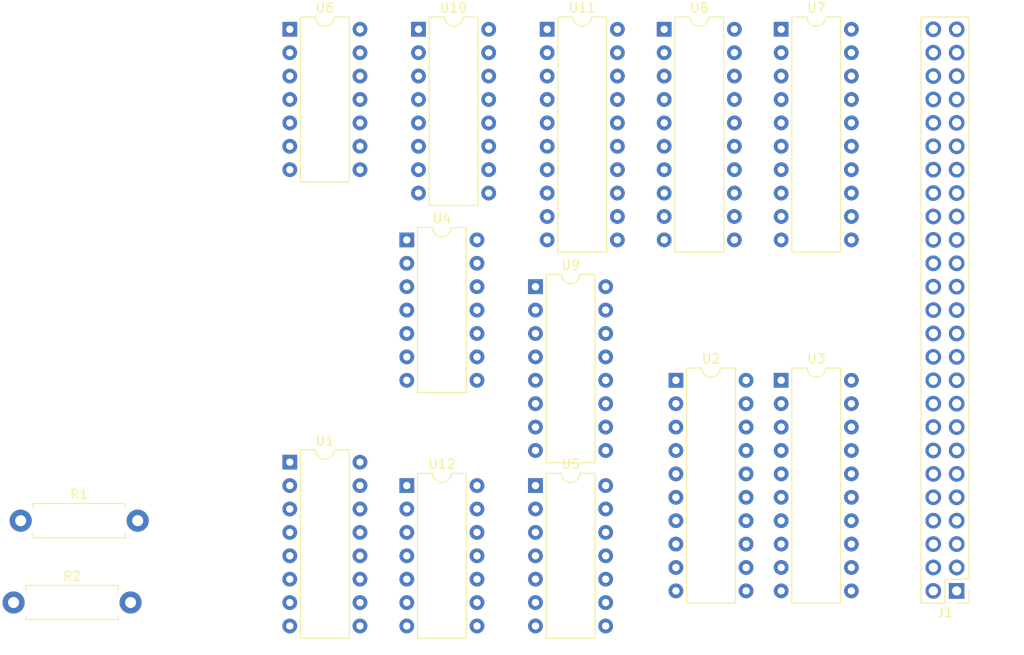
<source format=kicad_pcb>
(kicad_pcb (version 20171130) (host pcbnew "(5.1.6-0-10_14)")

  (general
    (thickness 1.6)
    (drawings 0)
    (tracks 0)
    (zones 0)
    (modules 15)
    (nets 93)
  )

  (page A4)
  (layers
    (0 F.Cu signal)
    (31 B.Cu signal)
    (32 B.Adhes user)
    (33 F.Adhes user)
    (34 B.Paste user)
    (35 F.Paste user)
    (36 B.SilkS user)
    (37 F.SilkS user)
    (38 B.Mask user)
    (39 F.Mask user)
    (40 Dwgs.User user)
    (41 Cmts.User user)
    (42 Eco1.User user)
    (43 Eco2.User user)
    (44 Edge.Cuts user)
    (45 Margin user)
    (46 B.CrtYd user)
    (47 F.CrtYd user)
    (48 B.Fab user)
    (49 F.Fab user)
  )

  (setup
    (last_trace_width 0.25)
    (trace_clearance 0.2)
    (zone_clearance 0.508)
    (zone_45_only no)
    (trace_min 0.2)
    (via_size 0.8)
    (via_drill 0.4)
    (via_min_size 0.4)
    (via_min_drill 0.3)
    (uvia_size 0.3)
    (uvia_drill 0.1)
    (uvias_allowed no)
    (uvia_min_size 0.2)
    (uvia_min_drill 0.1)
    (edge_width 0.1)
    (segment_width 0.2)
    (pcb_text_width 0.3)
    (pcb_text_size 1.5 1.5)
    (mod_edge_width 0.15)
    (mod_text_size 1 1)
    (mod_text_width 0.15)
    (pad_size 1.524 1.524)
    (pad_drill 0.762)
    (pad_to_mask_clearance 0)
    (aux_axis_origin 0 0)
    (visible_elements FFFFFF7F)
    (pcbplotparams
      (layerselection 0x010fc_ffffffff)
      (usegerberextensions false)
      (usegerberattributes true)
      (usegerberadvancedattributes true)
      (creategerberjobfile true)
      (excludeedgelayer true)
      (linewidth 0.100000)
      (plotframeref false)
      (viasonmask false)
      (mode 1)
      (useauxorigin false)
      (hpglpennumber 1)
      (hpglpenspeed 20)
      (hpglpendiameter 15.000000)
      (psnegative false)
      (psa4output false)
      (plotreference true)
      (plotvalue true)
      (plotinvisibletext false)
      (padsonsilk false)
      (subtractmaskfromsilk false)
      (outputformat 1)
      (mirror false)
      (drillshape 1)
      (scaleselection 1)
      (outputdirectory ""))
  )

  (net 0 "")
  (net 1 /Sheet5FC6B3A2/D0)
  (net 2 GND)
  (net 3 /Sheet5FC6B3A2/D1)
  (net 4 /Sheet5FC6B3A2/~IORQ~)
  (net 5 /Sheet5FC6B3A2/D2)
  (net 6 /Sheet5FC6B3A2/~RD~)
  (net 7 /Sheet5FC6B3A2/D3)
  (net 8 /Sheet5FC6B3A2/~WR~)
  (net 9 /Sheet5FC6B3A2/D4)
  (net 10 /Sheet5FC6B3A2/~M1~)
  (net 11 /Sheet5FC6B3A2/D5)
  (net 12 /Sheet5FC6B3A2/D6)
  (net 13 /Sheet5FC6B3A2/CLK)
  (net 14 /Sheet5FC6B3A2/D7)
  (net 15 /Sheet5FC6B3A2/~RESET~)
  (net 16 /Sheet5FC6B3A2/A0)
  (net 17 /Sheet5FC6B3A2/~WAIT~)
  (net 18 /Sheet5FC6B3A2/A1)
  (net 19 /Sheet5FC6B3A2/~INT~)
  (net 20 /Sheet5FC6B3A2/A2)
  (net 21 /Sheet5FC6B3A2/A3)
  (net 22 /Sheet5FC6B3A2/~NMI~)
  (net 23 /Sheet5FC6B3A2/A4)
  (net 24 /Sheet5FC6B3A2/RSVD0)
  (net 25 /Sheet5FC6B3A2/A5)
  (net 26 /Sheet5FC6B3A2/TARGET_PWR)
  (net 27 /Sheet5FC6B3A2/A6)
  (net 28 /Sheet5FC6B3A2/A7)
  (net 29 /Sheet5FC6B3A2/A8)
  (net 30 /Sheet5FC6B3A2/~MREQ~)
  (net 31 /Sheet5FC6B3A2/A9)
  (net 32 /Sheet5FC6B3A2/~HALT~)
  (net 33 /Sheet5FC6B3A2/A10)
  (net 34 /Sheet5FC6B3A2/~BUSAK~)
  (net 35 /Sheet5FC6B3A2/A11)
  (net 36 /Sheet5FC6B3A2/~BUSRQ~)
  (net 37 /Sheet5FC6B3A2/A12)
  (net 38 /Sheet5FC6B3A2/A13)
  (net 39 /Sheet5FC6B3A2/RSVD1)
  (net 40 /Sheet5FC6B3A2/A14)
  (net 41 /Sheet5FC6B3A2/RSVD2)
  (net 42 /Sheet5FC6B3A2/A15)
  (net 43 /Sheet5FC6B3A2/XA0)
  (net 44 "Net-(U1-Pad9)")
  (net 45 /Sheet5FC6B3A2/XA1)
  (net 46 "Net-(U1-Pad10)")
  (net 47 /Sheet5FC6B3A2/XRD~WR~)
  (net 48 "Net-(U1-Pad11)")
  (net 49 /Sheet5FC6B3A2/~XLE~)
  (net 50 "Net-(U1-Pad12)")
  (net 51 "Net-(U1-Pad5)")
  (net 52 "Net-(U1-Pad13)")
  (net 53 /Sheet5FC6B3A2/XEN)
  (net 54 "Net-(U1-Pad14)")
  (net 55 "Net-(U1-Pad7)")
  (net 56 "Net-(U1-Pad15)")
  (net 57 "Net-(U1-Pad16)")
  (net 58 /Sheet5FC6B3A2/XD7)
  (net 59 /Sheet5FC6B3A2/XD6)
  (net 60 /Sheet5FC6B3A2/XD5)
  (net 61 /Sheet5FC6B3A2/XD4)
  (net 62 /Sheet5FC6B3A2/XD3)
  (net 63 /Sheet5FC6B3A2/XD2)
  (net 64 /Sheet5FC6B3A2/XD1)
  (net 65 /Sheet5FC6B3A2/XD0)
  (net 66 "Net-(U2-Pad19)")
  (net 67 +5V)
  (net 68 "Net-(U3-Pad1)")
  (net 69 "Net-(U4-Pad8)")
  (net 70 "Net-(U10-Pad1)")
  (net 71 /Sheet5FC6B3A2/MREQ_~IORQ~)
  (net 72 "Net-(U4-Pad6)")
  (net 73 /Sheet5FC6B3A2/~BUS_EN~)
  (net 74 "Net-(U6-Pad8)")
  (net 75 /Sheet5FC6B3A2/CYCLE)
  (net 76 "Net-(U6-Pad3)")
  (net 77 "Net-(U6-Pad11)")
  (net 78 "Net-(U6-Pad6)")
  (net 79 /Sheet5FC6B3A2/~M1_UB~)
  (net 80 "Net-(U9-Pad13)")
  (net 81 "Net-(U9-Pad14)")
  (net 82 "Net-(U10-Pad10)")
  (net 83 "Net-(U10-Pad12)")
  (net 84 "Net-(U10-Pad6)")
  (net 85 "Net-(U10-Pad14)")
  (net 86 "Net-(U11-Pad12)")
  (net 87 "Net-(U11-Pad13)")
  (net 88 "Net-(U11-Pad16)")
  (net 89 "Net-(U11-Pad17)")
  (net 90 "Net-(U11-Pad18)")
  (net 91 "Net-(U11-Pad19)")
  (net 92 "Net-(U12-Pad8)")

  (net_class Default "This is the default net class."
    (clearance 0.2)
    (trace_width 0.25)
    (via_dia 0.8)
    (via_drill 0.4)
    (uvia_dia 0.3)
    (uvia_drill 0.1)
    (add_net +5V)
    (add_net /Sheet5FC6B3A2/A0)
    (add_net /Sheet5FC6B3A2/A1)
    (add_net /Sheet5FC6B3A2/A10)
    (add_net /Sheet5FC6B3A2/A11)
    (add_net /Sheet5FC6B3A2/A12)
    (add_net /Sheet5FC6B3A2/A13)
    (add_net /Sheet5FC6B3A2/A14)
    (add_net /Sheet5FC6B3A2/A15)
    (add_net /Sheet5FC6B3A2/A2)
    (add_net /Sheet5FC6B3A2/A3)
    (add_net /Sheet5FC6B3A2/A4)
    (add_net /Sheet5FC6B3A2/A5)
    (add_net /Sheet5FC6B3A2/A6)
    (add_net /Sheet5FC6B3A2/A7)
    (add_net /Sheet5FC6B3A2/A8)
    (add_net /Sheet5FC6B3A2/A9)
    (add_net /Sheet5FC6B3A2/CLK)
    (add_net /Sheet5FC6B3A2/CYCLE)
    (add_net /Sheet5FC6B3A2/D0)
    (add_net /Sheet5FC6B3A2/D1)
    (add_net /Sheet5FC6B3A2/D2)
    (add_net /Sheet5FC6B3A2/D3)
    (add_net /Sheet5FC6B3A2/D4)
    (add_net /Sheet5FC6B3A2/D5)
    (add_net /Sheet5FC6B3A2/D6)
    (add_net /Sheet5FC6B3A2/D7)
    (add_net /Sheet5FC6B3A2/MREQ_~IORQ~)
    (add_net /Sheet5FC6B3A2/RSVD0)
    (add_net /Sheet5FC6B3A2/RSVD1)
    (add_net /Sheet5FC6B3A2/RSVD2)
    (add_net /Sheet5FC6B3A2/TARGET_PWR)
    (add_net /Sheet5FC6B3A2/XA0)
    (add_net /Sheet5FC6B3A2/XA1)
    (add_net /Sheet5FC6B3A2/XD0)
    (add_net /Sheet5FC6B3A2/XD1)
    (add_net /Sheet5FC6B3A2/XD2)
    (add_net /Sheet5FC6B3A2/XD3)
    (add_net /Sheet5FC6B3A2/XD4)
    (add_net /Sheet5FC6B3A2/XD5)
    (add_net /Sheet5FC6B3A2/XD6)
    (add_net /Sheet5FC6B3A2/XD7)
    (add_net /Sheet5FC6B3A2/XEN)
    (add_net /Sheet5FC6B3A2/XRD~WR~)
    (add_net /Sheet5FC6B3A2/~BUSAK~)
    (add_net /Sheet5FC6B3A2/~BUSRQ~)
    (add_net /Sheet5FC6B3A2/~BUS_EN~)
    (add_net /Sheet5FC6B3A2/~HALT~)
    (add_net /Sheet5FC6B3A2/~INT~)
    (add_net /Sheet5FC6B3A2/~IORQ~)
    (add_net /Sheet5FC6B3A2/~M1_UB~)
    (add_net /Sheet5FC6B3A2/~M1~)
    (add_net /Sheet5FC6B3A2/~MREQ~)
    (add_net /Sheet5FC6B3A2/~NMI~)
    (add_net /Sheet5FC6B3A2/~RD~)
    (add_net /Sheet5FC6B3A2/~RESET~)
    (add_net /Sheet5FC6B3A2/~WAIT~)
    (add_net /Sheet5FC6B3A2/~WR~)
    (add_net /Sheet5FC6B3A2/~XLE~)
    (add_net GND)
    (add_net "Net-(U1-Pad10)")
    (add_net "Net-(U1-Pad11)")
    (add_net "Net-(U1-Pad12)")
    (add_net "Net-(U1-Pad13)")
    (add_net "Net-(U1-Pad14)")
    (add_net "Net-(U1-Pad15)")
    (add_net "Net-(U1-Pad16)")
    (add_net "Net-(U1-Pad5)")
    (add_net "Net-(U1-Pad7)")
    (add_net "Net-(U1-Pad9)")
    (add_net "Net-(U10-Pad1)")
    (add_net "Net-(U10-Pad10)")
    (add_net "Net-(U10-Pad12)")
    (add_net "Net-(U10-Pad14)")
    (add_net "Net-(U10-Pad6)")
    (add_net "Net-(U11-Pad12)")
    (add_net "Net-(U11-Pad13)")
    (add_net "Net-(U11-Pad16)")
    (add_net "Net-(U11-Pad17)")
    (add_net "Net-(U11-Pad18)")
    (add_net "Net-(U11-Pad19)")
    (add_net "Net-(U12-Pad8)")
    (add_net "Net-(U2-Pad19)")
    (add_net "Net-(U3-Pad1)")
    (add_net "Net-(U4-Pad6)")
    (add_net "Net-(U4-Pad8)")
    (add_net "Net-(U6-Pad11)")
    (add_net "Net-(U6-Pad3)")
    (add_net "Net-(U6-Pad6)")
    (add_net "Net-(U6-Pad8)")
    (add_net "Net-(U9-Pad13)")
    (add_net "Net-(U9-Pad14)")
  )

  (module Housings_DIP:DIP-14_W7.62mm (layer F.Cu) (tedit 59C78D6B) (tstamp 5FC86B85)
    (at 144.78 87.63)
    (descr "14-lead though-hole mounted DIP package, row spacing 7.62 mm (300 mils)")
    (tags "THT DIP DIL PDIP 2.54mm 7.62mm 300mil")
    (path /5FC6B3A3/60559111)
    (fp_text reference U12 (at 3.81 -2.33) (layer F.SilkS)
      (effects (font (size 1 1) (thickness 0.15)))
    )
    (fp_text value 74LS05 (at 3.81 17.57) (layer F.Fab)
      (effects (font (size 1 1) (thickness 0.15)))
    )
    (fp_line (start 8.7 -1.55) (end -1.1 -1.55) (layer F.CrtYd) (width 0.05))
    (fp_line (start 8.7 16.8) (end 8.7 -1.55) (layer F.CrtYd) (width 0.05))
    (fp_line (start -1.1 16.8) (end 8.7 16.8) (layer F.CrtYd) (width 0.05))
    (fp_line (start -1.1 -1.55) (end -1.1 16.8) (layer F.CrtYd) (width 0.05))
    (fp_line (start 6.46 -1.33) (end 4.81 -1.33) (layer F.SilkS) (width 0.12))
    (fp_line (start 6.46 16.57) (end 6.46 -1.33) (layer F.SilkS) (width 0.12))
    (fp_line (start 1.16 16.57) (end 6.46 16.57) (layer F.SilkS) (width 0.12))
    (fp_line (start 1.16 -1.33) (end 1.16 16.57) (layer F.SilkS) (width 0.12))
    (fp_line (start 2.81 -1.33) (end 1.16 -1.33) (layer F.SilkS) (width 0.12))
    (fp_line (start 0.635 -0.27) (end 1.635 -1.27) (layer F.Fab) (width 0.1))
    (fp_line (start 0.635 16.51) (end 0.635 -0.27) (layer F.Fab) (width 0.1))
    (fp_line (start 6.985 16.51) (end 0.635 16.51) (layer F.Fab) (width 0.1))
    (fp_line (start 6.985 -1.27) (end 6.985 16.51) (layer F.Fab) (width 0.1))
    (fp_line (start 1.635 -1.27) (end 6.985 -1.27) (layer F.Fab) (width 0.1))
    (fp_arc (start 3.81 -1.33) (end 2.81 -1.33) (angle -180) (layer F.SilkS) (width 0.12))
    (fp_text user %R (at 3.81 7.62) (layer F.Fab)
      (effects (font (size 1 1) (thickness 0.15)))
    )
    (pad 1 thru_hole rect (at 0 0) (size 1.6 1.6) (drill 0.8) (layers *.Cu *.Mask)
      (net 91 "Net-(U11-Pad19)"))
    (pad 8 thru_hole oval (at 7.62 15.24) (size 1.6 1.6) (drill 0.8) (layers *.Cu *.Mask)
      (net 92 "Net-(U12-Pad8)"))
    (pad 2 thru_hole oval (at 0 2.54) (size 1.6 1.6) (drill 0.8) (layers *.Cu *.Mask)
      (net 36 /Sheet5FC6B3A2/~BUSRQ~))
    (pad 9 thru_hole oval (at 7.62 12.7) (size 1.6 1.6) (drill 0.8) (layers *.Cu *.Mask)
      (net 88 "Net-(U11-Pad16)"))
    (pad 3 thru_hole oval (at 0 5.08) (size 1.6 1.6) (drill 0.8) (layers *.Cu *.Mask)
      (net 90 "Net-(U11-Pad18)"))
    (pad 10 thru_hole oval (at 7.62 10.16) (size 1.6 1.6) (drill 0.8) (layers *.Cu *.Mask))
    (pad 4 thru_hole oval (at 0 7.62) (size 1.6 1.6) (drill 0.8) (layers *.Cu *.Mask)
      (net 15 /Sheet5FC6B3A2/~RESET~))
    (pad 11 thru_hole oval (at 7.62 7.62) (size 1.6 1.6) (drill 0.8) (layers *.Cu *.Mask))
    (pad 5 thru_hole oval (at 0 10.16) (size 1.6 1.6) (drill 0.8) (layers *.Cu *.Mask)
      (net 89 "Net-(U11-Pad17)"))
    (pad 12 thru_hole oval (at 7.62 5.08) (size 1.6 1.6) (drill 0.8) (layers *.Cu *.Mask))
    (pad 6 thru_hole oval (at 0 12.7) (size 1.6 1.6) (drill 0.8) (layers *.Cu *.Mask)
      (net 22 /Sheet5FC6B3A2/~NMI~))
    (pad 13 thru_hole oval (at 7.62 2.54) (size 1.6 1.6) (drill 0.8) (layers *.Cu *.Mask))
    (pad 7 thru_hole oval (at 0 15.24) (size 1.6 1.6) (drill 0.8) (layers *.Cu *.Mask))
    (pad 14 thru_hole oval (at 7.62 0) (size 1.6 1.6) (drill 0.8) (layers *.Cu *.Mask))
    (model ${KISYS3DMOD}/Housings_DIP.3dshapes/DIP-14_W7.62mm.wrl
      (at (xyz 0 0 0))
      (scale (xyz 1 1 1))
      (rotate (xyz 0 0 0))
    )
  )

  (module Housings_DIP:DIP-20_W7.62mm (layer F.Cu) (tedit 59C78D6B) (tstamp 5FC856DE)
    (at 160.02 38.1)
    (descr "20-lead though-hole mounted DIP package, row spacing 7.62 mm (300 mils)")
    (tags "THT DIP DIL PDIP 2.54mm 7.62mm 300mil")
    (path /5FC6B3A3/5FC77C12)
    (fp_text reference U11 (at 3.81 -2.33) (layer F.SilkS)
      (effects (font (size 1 1) (thickness 0.15)))
    )
    (fp_text value 74HC573 (at 3.81 25.19) (layer F.Fab)
      (effects (font (size 1 1) (thickness 0.15)))
    )
    (fp_line (start 8.7 -1.55) (end -1.1 -1.55) (layer F.CrtYd) (width 0.05))
    (fp_line (start 8.7 24.4) (end 8.7 -1.55) (layer F.CrtYd) (width 0.05))
    (fp_line (start -1.1 24.4) (end 8.7 24.4) (layer F.CrtYd) (width 0.05))
    (fp_line (start -1.1 -1.55) (end -1.1 24.4) (layer F.CrtYd) (width 0.05))
    (fp_line (start 6.46 -1.33) (end 4.81 -1.33) (layer F.SilkS) (width 0.12))
    (fp_line (start 6.46 24.19) (end 6.46 -1.33) (layer F.SilkS) (width 0.12))
    (fp_line (start 1.16 24.19) (end 6.46 24.19) (layer F.SilkS) (width 0.12))
    (fp_line (start 1.16 -1.33) (end 1.16 24.19) (layer F.SilkS) (width 0.12))
    (fp_line (start 2.81 -1.33) (end 1.16 -1.33) (layer F.SilkS) (width 0.12))
    (fp_line (start 0.635 -0.27) (end 1.635 -1.27) (layer F.Fab) (width 0.1))
    (fp_line (start 0.635 24.13) (end 0.635 -0.27) (layer F.Fab) (width 0.1))
    (fp_line (start 6.985 24.13) (end 0.635 24.13) (layer F.Fab) (width 0.1))
    (fp_line (start 6.985 -1.27) (end 6.985 24.13) (layer F.Fab) (width 0.1))
    (fp_line (start 1.635 -1.27) (end 6.985 -1.27) (layer F.Fab) (width 0.1))
    (fp_arc (start 3.81 -1.33) (end 2.81 -1.33) (angle -180) (layer F.SilkS) (width 0.12))
    (fp_text user %R (at 3.81 11.43) (layer F.Fab)
      (effects (font (size 1 1) (thickness 0.15)))
    )
    (pad 1 thru_hole rect (at 0 0) (size 1.6 1.6) (drill 0.8) (layers *.Cu *.Mask)
      (net 2 GND))
    (pad 11 thru_hole oval (at 7.62 22.86) (size 1.6 1.6) (drill 0.8) (layers *.Cu *.Mask)
      (net 54 "Net-(U1-Pad14)"))
    (pad 2 thru_hole oval (at 0 2.54) (size 1.6 1.6) (drill 0.8) (layers *.Cu *.Mask)
      (net 58 /Sheet5FC6B3A2/XD7))
    (pad 12 thru_hole oval (at 7.62 20.32) (size 1.6 1.6) (drill 0.8) (layers *.Cu *.Mask)
      (net 86 "Net-(U11-Pad12)"))
    (pad 3 thru_hole oval (at 0 5.08) (size 1.6 1.6) (drill 0.8) (layers *.Cu *.Mask)
      (net 59 /Sheet5FC6B3A2/XD6))
    (pad 13 thru_hole oval (at 7.62 17.78) (size 1.6 1.6) (drill 0.8) (layers *.Cu *.Mask)
      (net 87 "Net-(U11-Pad13)"))
    (pad 4 thru_hole oval (at 0 7.62) (size 1.6 1.6) (drill 0.8) (layers *.Cu *.Mask)
      (net 60 /Sheet5FC6B3A2/XD5))
    (pad 14 thru_hole oval (at 7.62 15.24) (size 1.6 1.6) (drill 0.8) (layers *.Cu *.Mask)
      (net 79 /Sheet5FC6B3A2/~M1_UB~))
    (pad 5 thru_hole oval (at 0 10.16) (size 1.6 1.6) (drill 0.8) (layers *.Cu *.Mask)
      (net 61 /Sheet5FC6B3A2/XD4))
    (pad 15 thru_hole oval (at 7.62 12.7) (size 1.6 1.6) (drill 0.8) (layers *.Cu *.Mask)
      (net 71 /Sheet5FC6B3A2/MREQ_~IORQ~))
    (pad 6 thru_hole oval (at 0 12.7) (size 1.6 1.6) (drill 0.8) (layers *.Cu *.Mask)
      (net 62 /Sheet5FC6B3A2/XD3))
    (pad 16 thru_hole oval (at 7.62 10.16) (size 1.6 1.6) (drill 0.8) (layers *.Cu *.Mask)
      (net 88 "Net-(U11-Pad16)"))
    (pad 7 thru_hole oval (at 0 15.24) (size 1.6 1.6) (drill 0.8) (layers *.Cu *.Mask)
      (net 63 /Sheet5FC6B3A2/XD2))
    (pad 17 thru_hole oval (at 7.62 7.62) (size 1.6 1.6) (drill 0.8) (layers *.Cu *.Mask)
      (net 89 "Net-(U11-Pad17)"))
    (pad 8 thru_hole oval (at 0 17.78) (size 1.6 1.6) (drill 0.8) (layers *.Cu *.Mask)
      (net 64 /Sheet5FC6B3A2/XD1))
    (pad 18 thru_hole oval (at 7.62 5.08) (size 1.6 1.6) (drill 0.8) (layers *.Cu *.Mask)
      (net 90 "Net-(U11-Pad18)"))
    (pad 9 thru_hole oval (at 0 20.32) (size 1.6 1.6) (drill 0.8) (layers *.Cu *.Mask)
      (net 65 /Sheet5FC6B3A2/XD0))
    (pad 19 thru_hole oval (at 7.62 2.54) (size 1.6 1.6) (drill 0.8) (layers *.Cu *.Mask)
      (net 91 "Net-(U11-Pad19)"))
    (pad 10 thru_hole oval (at 0 22.86) (size 1.6 1.6) (drill 0.8) (layers *.Cu *.Mask)
      (net 2 GND))
    (pad 20 thru_hole oval (at 7.62 0) (size 1.6 1.6) (drill 0.8) (layers *.Cu *.Mask)
      (net 67 +5V))
    (model ${KISYS3DMOD}/Housings_DIP.3dshapes/DIP-20_W7.62mm.wrl
      (at (xyz 0 0 0))
      (scale (xyz 1 1 1))
      (rotate (xyz 0 0 0))
    )
  )

  (module Housings_DIP:DIP-16_W7.62mm (layer F.Cu) (tedit 59C78D6B) (tstamp 5FC8574F)
    (at 146.05 38.1)
    (descr "16-lead though-hole mounted DIP package, row spacing 7.62 mm (300 mils)")
    (tags "THT DIP DIL PDIP 2.54mm 7.62mm 300mil")
    (path /5FC6B3A3/5FD2A8AD)
    (fp_text reference U10 (at 3.81 -2.33) (layer F.SilkS)
      (effects (font (size 1 1) (thickness 0.15)))
    )
    (fp_text value 74HCT365 (at 3.81 20.11) (layer F.Fab)
      (effects (font (size 1 1) (thickness 0.15)))
    )
    (fp_line (start 8.7 -1.55) (end -1.1 -1.55) (layer F.CrtYd) (width 0.05))
    (fp_line (start 8.7 19.3) (end 8.7 -1.55) (layer F.CrtYd) (width 0.05))
    (fp_line (start -1.1 19.3) (end 8.7 19.3) (layer F.CrtYd) (width 0.05))
    (fp_line (start -1.1 -1.55) (end -1.1 19.3) (layer F.CrtYd) (width 0.05))
    (fp_line (start 6.46 -1.33) (end 4.81 -1.33) (layer F.SilkS) (width 0.12))
    (fp_line (start 6.46 19.11) (end 6.46 -1.33) (layer F.SilkS) (width 0.12))
    (fp_line (start 1.16 19.11) (end 6.46 19.11) (layer F.SilkS) (width 0.12))
    (fp_line (start 1.16 -1.33) (end 1.16 19.11) (layer F.SilkS) (width 0.12))
    (fp_line (start 2.81 -1.33) (end 1.16 -1.33) (layer F.SilkS) (width 0.12))
    (fp_line (start 0.635 -0.27) (end 1.635 -1.27) (layer F.Fab) (width 0.1))
    (fp_line (start 0.635 19.05) (end 0.635 -0.27) (layer F.Fab) (width 0.1))
    (fp_line (start 6.985 19.05) (end 0.635 19.05) (layer F.Fab) (width 0.1))
    (fp_line (start 6.985 -1.27) (end 6.985 19.05) (layer F.Fab) (width 0.1))
    (fp_line (start 1.635 -1.27) (end 6.985 -1.27) (layer F.Fab) (width 0.1))
    (fp_arc (start 3.81 -1.33) (end 2.81 -1.33) (angle -180) (layer F.SilkS) (width 0.12))
    (fp_text user %R (at 3.81 8.89) (layer F.Fab)
      (effects (font (size 1 1) (thickness 0.15)))
    )
    (pad 1 thru_hole rect (at 0 0) (size 1.6 1.6) (drill 0.8) (layers *.Cu *.Mask)
      (net 70 "Net-(U10-Pad1)"))
    (pad 9 thru_hole oval (at 7.62 17.78) (size 1.6 1.6) (drill 0.8) (layers *.Cu *.Mask)
      (net 63 /Sheet5FC6B3A2/XD2))
    (pad 2 thru_hole oval (at 0 2.54) (size 1.6 1.6) (drill 0.8) (layers *.Cu *.Mask)
      (net 26 /Sheet5FC6B3A2/TARGET_PWR))
    (pad 10 thru_hole oval (at 7.62 15.24) (size 1.6 1.6) (drill 0.8) (layers *.Cu *.Mask)
      (net 82 "Net-(U10-Pad10)"))
    (pad 3 thru_hole oval (at 0 5.08) (size 1.6 1.6) (drill 0.8) (layers *.Cu *.Mask)
      (net 60 /Sheet5FC6B3A2/XD5))
    (pad 11 thru_hole oval (at 7.62 12.7) (size 1.6 1.6) (drill 0.8) (layers *.Cu *.Mask)
      (net 64 /Sheet5FC6B3A2/XD1))
    (pad 4 thru_hole oval (at 0 7.62) (size 1.6 1.6) (drill 0.8) (layers *.Cu *.Mask)
      (net 34 /Sheet5FC6B3A2/~BUSAK~))
    (pad 12 thru_hole oval (at 7.62 10.16) (size 1.6 1.6) (drill 0.8) (layers *.Cu *.Mask)
      (net 83 "Net-(U10-Pad12)"))
    (pad 5 thru_hole oval (at 0 10.16) (size 1.6 1.6) (drill 0.8) (layers *.Cu *.Mask)
      (net 61 /Sheet5FC6B3A2/XD4))
    (pad 13 thru_hole oval (at 7.62 7.62) (size 1.6 1.6) (drill 0.8) (layers *.Cu *.Mask)
      (net 65 /Sheet5FC6B3A2/XD0))
    (pad 6 thru_hole oval (at 0 12.7) (size 1.6 1.6) (drill 0.8) (layers *.Cu *.Mask)
      (net 84 "Net-(U10-Pad6)"))
    (pad 14 thru_hole oval (at 7.62 5.08) (size 1.6 1.6) (drill 0.8) (layers *.Cu *.Mask)
      (net 85 "Net-(U10-Pad14)"))
    (pad 7 thru_hole oval (at 0 15.24) (size 1.6 1.6) (drill 0.8) (layers *.Cu *.Mask)
      (net 62 /Sheet5FC6B3A2/XD3))
    (pad 15 thru_hole oval (at 7.62 2.54) (size 1.6 1.6) (drill 0.8) (layers *.Cu *.Mask)
      (net 2 GND))
    (pad 8 thru_hole oval (at 0 17.78) (size 1.6 1.6) (drill 0.8) (layers *.Cu *.Mask)
      (net 2 GND))
    (pad 16 thru_hole oval (at 7.62 0) (size 1.6 1.6) (drill 0.8) (layers *.Cu *.Mask)
      (net 67 +5V))
    (model ${KISYS3DMOD}/Housings_DIP.3dshapes/DIP-16_W7.62mm.wrl
      (at (xyz 0 0 0))
      (scale (xyz 1 1 1))
      (rotate (xyz 0 0 0))
    )
  )

  (module Housings_DIP:DIP-16_W7.62mm (layer F.Cu) (tedit 59C78D6B) (tstamp 5FC857B8)
    (at 158.75 66.04)
    (descr "16-lead though-hole mounted DIP package, row spacing 7.62 mm (300 mils)")
    (tags "THT DIP DIL PDIP 2.54mm 7.62mm 300mil")
    (path /5FC6B3A3/5FFA4219)
    (fp_text reference U9 (at 3.81 -2.33) (layer F.SilkS)
      (effects (font (size 1 1) (thickness 0.15)))
    )
    (fp_text value 74HCT365 (at 3.81 20.11) (layer F.Fab)
      (effects (font (size 1 1) (thickness 0.15)))
    )
    (fp_line (start 8.7 -1.55) (end -1.1 -1.55) (layer F.CrtYd) (width 0.05))
    (fp_line (start 8.7 19.3) (end 8.7 -1.55) (layer F.CrtYd) (width 0.05))
    (fp_line (start -1.1 19.3) (end 8.7 19.3) (layer F.CrtYd) (width 0.05))
    (fp_line (start -1.1 -1.55) (end -1.1 19.3) (layer F.CrtYd) (width 0.05))
    (fp_line (start 6.46 -1.33) (end 4.81 -1.33) (layer F.SilkS) (width 0.12))
    (fp_line (start 6.46 19.11) (end 6.46 -1.33) (layer F.SilkS) (width 0.12))
    (fp_line (start 1.16 19.11) (end 6.46 19.11) (layer F.SilkS) (width 0.12))
    (fp_line (start 1.16 -1.33) (end 1.16 19.11) (layer F.SilkS) (width 0.12))
    (fp_line (start 2.81 -1.33) (end 1.16 -1.33) (layer F.SilkS) (width 0.12))
    (fp_line (start 0.635 -0.27) (end 1.635 -1.27) (layer F.Fab) (width 0.1))
    (fp_line (start 0.635 19.05) (end 0.635 -0.27) (layer F.Fab) (width 0.1))
    (fp_line (start 6.985 19.05) (end 0.635 19.05) (layer F.Fab) (width 0.1))
    (fp_line (start 6.985 -1.27) (end 6.985 19.05) (layer F.Fab) (width 0.1))
    (fp_line (start 1.635 -1.27) (end 6.985 -1.27) (layer F.Fab) (width 0.1))
    (fp_arc (start 3.81 -1.33) (end 2.81 -1.33) (angle -180) (layer F.SilkS) (width 0.12))
    (fp_text user %R (at 3.81 8.89) (layer F.Fab)
      (effects (font (size 1 1) (thickness 0.15)))
    )
    (pad 1 thru_hole rect (at 0 0) (size 1.6 1.6) (drill 0.8) (layers *.Cu *.Mask)
      (net 73 /Sheet5FC6B3A2/~BUS_EN~))
    (pad 9 thru_hole oval (at 7.62 17.78) (size 1.6 1.6) (drill 0.8) (layers *.Cu *.Mask)
      (net 4 /Sheet5FC6B3A2/~IORQ~))
    (pad 2 thru_hole oval (at 0 2.54) (size 1.6 1.6) (drill 0.8) (layers *.Cu *.Mask)
      (net 76 "Net-(U6-Pad3)"))
    (pad 10 thru_hole oval (at 7.62 15.24) (size 1.6 1.6) (drill 0.8) (layers *.Cu *.Mask)
      (net 77 "Net-(U6-Pad11)"))
    (pad 3 thru_hole oval (at 0 5.08) (size 1.6 1.6) (drill 0.8) (layers *.Cu *.Mask)
      (net 8 /Sheet5FC6B3A2/~WR~))
    (pad 11 thru_hole oval (at 7.62 12.7) (size 1.6 1.6) (drill 0.8) (layers *.Cu *.Mask)
      (net 10 /Sheet5FC6B3A2/~M1~))
    (pad 4 thru_hole oval (at 0 7.62) (size 1.6 1.6) (drill 0.8) (layers *.Cu *.Mask)
      (net 78 "Net-(U6-Pad6)"))
    (pad 12 thru_hole oval (at 7.62 10.16) (size 1.6 1.6) (drill 0.8) (layers *.Cu *.Mask)
      (net 79 /Sheet5FC6B3A2/~M1_UB~))
    (pad 5 thru_hole oval (at 0 10.16) (size 1.6 1.6) (drill 0.8) (layers *.Cu *.Mask)
      (net 6 /Sheet5FC6B3A2/~RD~))
    (pad 13 thru_hole oval (at 7.62 7.62) (size 1.6 1.6) (drill 0.8) (layers *.Cu *.Mask)
      (net 80 "Net-(U9-Pad13)"))
    (pad 6 thru_hole oval (at 0 12.7) (size 1.6 1.6) (drill 0.8) (layers *.Cu *.Mask)
      (net 74 "Net-(U6-Pad8)"))
    (pad 14 thru_hole oval (at 7.62 5.08) (size 1.6 1.6) (drill 0.8) (layers *.Cu *.Mask)
      (net 81 "Net-(U9-Pad14)"))
    (pad 7 thru_hole oval (at 0 15.24) (size 1.6 1.6) (drill 0.8) (layers *.Cu *.Mask)
      (net 30 /Sheet5FC6B3A2/~MREQ~))
    (pad 15 thru_hole oval (at 7.62 2.54) (size 1.6 1.6) (drill 0.8) (layers *.Cu *.Mask)
      (net 2 GND))
    (pad 8 thru_hole oval (at 0 17.78) (size 1.6 1.6) (drill 0.8) (layers *.Cu *.Mask)
      (net 2 GND))
    (pad 16 thru_hole oval (at 7.62 0) (size 1.6 1.6) (drill 0.8) (layers *.Cu *.Mask)
      (net 67 +5V))
    (model ${KISYS3DMOD}/Housings_DIP.3dshapes/DIP-16_W7.62mm.wrl
      (at (xyz 0 0 0))
      (scale (xyz 1 1 1))
      (rotate (xyz 0 0 0))
    )
  )

  (module Housings_DIP:DIP-20_W7.62mm (layer F.Cu) (tedit 59C78D6B) (tstamp 5FC86415)
    (at 172.72 38.1)
    (descr "20-lead though-hole mounted DIP package, row spacing 7.62 mm (300 mils)")
    (tags "THT DIP DIL PDIP 2.54mm 7.62mm 300mil")
    (path /5FC6B3A3/5FC75C34)
    (fp_text reference U8 (at 3.81 -2.33) (layer F.SilkS)
      (effects (font (size 1 1) (thickness 0.15)))
    )
    (fp_text value 74HC573 (at 3.81 25.19) (layer F.Fab)
      (effects (font (size 1 1) (thickness 0.15)))
    )
    (fp_line (start 8.7 -1.55) (end -1.1 -1.55) (layer F.CrtYd) (width 0.05))
    (fp_line (start 8.7 24.4) (end 8.7 -1.55) (layer F.CrtYd) (width 0.05))
    (fp_line (start -1.1 24.4) (end 8.7 24.4) (layer F.CrtYd) (width 0.05))
    (fp_line (start -1.1 -1.55) (end -1.1 24.4) (layer F.CrtYd) (width 0.05))
    (fp_line (start 6.46 -1.33) (end 4.81 -1.33) (layer F.SilkS) (width 0.12))
    (fp_line (start 6.46 24.19) (end 6.46 -1.33) (layer F.SilkS) (width 0.12))
    (fp_line (start 1.16 24.19) (end 6.46 24.19) (layer F.SilkS) (width 0.12))
    (fp_line (start 1.16 -1.33) (end 1.16 24.19) (layer F.SilkS) (width 0.12))
    (fp_line (start 2.81 -1.33) (end 1.16 -1.33) (layer F.SilkS) (width 0.12))
    (fp_line (start 0.635 -0.27) (end 1.635 -1.27) (layer F.Fab) (width 0.1))
    (fp_line (start 0.635 24.13) (end 0.635 -0.27) (layer F.Fab) (width 0.1))
    (fp_line (start 6.985 24.13) (end 0.635 24.13) (layer F.Fab) (width 0.1))
    (fp_line (start 6.985 -1.27) (end 6.985 24.13) (layer F.Fab) (width 0.1))
    (fp_line (start 1.635 -1.27) (end 6.985 -1.27) (layer F.Fab) (width 0.1))
    (fp_arc (start 3.81 -1.33) (end 2.81 -1.33) (angle -180) (layer F.SilkS) (width 0.12))
    (fp_text user %R (at 3.81 11.43) (layer F.Fab)
      (effects (font (size 1 1) (thickness 0.15)))
    )
    (pad 1 thru_hole rect (at 0 0) (size 1.6 1.6) (drill 0.8) (layers *.Cu *.Mask)
      (net 73 /Sheet5FC6B3A2/~BUS_EN~))
    (pad 11 thru_hole oval (at 7.62 22.86) (size 1.6 1.6) (drill 0.8) (layers *.Cu *.Mask)
      (net 50 "Net-(U1-Pad12)"))
    (pad 2 thru_hole oval (at 0 2.54) (size 1.6 1.6) (drill 0.8) (layers *.Cu *.Mask)
      (net 58 /Sheet5FC6B3A2/XD7))
    (pad 12 thru_hole oval (at 7.62 20.32) (size 1.6 1.6) (drill 0.8) (layers *.Cu *.Mask)
      (net 29 /Sheet5FC6B3A2/A8))
    (pad 3 thru_hole oval (at 0 5.08) (size 1.6 1.6) (drill 0.8) (layers *.Cu *.Mask)
      (net 59 /Sheet5FC6B3A2/XD6))
    (pad 13 thru_hole oval (at 7.62 17.78) (size 1.6 1.6) (drill 0.8) (layers *.Cu *.Mask)
      (net 31 /Sheet5FC6B3A2/A9))
    (pad 4 thru_hole oval (at 0 7.62) (size 1.6 1.6) (drill 0.8) (layers *.Cu *.Mask)
      (net 60 /Sheet5FC6B3A2/XD5))
    (pad 14 thru_hole oval (at 7.62 15.24) (size 1.6 1.6) (drill 0.8) (layers *.Cu *.Mask)
      (net 33 /Sheet5FC6B3A2/A10))
    (pad 5 thru_hole oval (at 0 10.16) (size 1.6 1.6) (drill 0.8) (layers *.Cu *.Mask)
      (net 61 /Sheet5FC6B3A2/XD4))
    (pad 15 thru_hole oval (at 7.62 12.7) (size 1.6 1.6) (drill 0.8) (layers *.Cu *.Mask)
      (net 35 /Sheet5FC6B3A2/A11))
    (pad 6 thru_hole oval (at 0 12.7) (size 1.6 1.6) (drill 0.8) (layers *.Cu *.Mask)
      (net 62 /Sheet5FC6B3A2/XD3))
    (pad 16 thru_hole oval (at 7.62 10.16) (size 1.6 1.6) (drill 0.8) (layers *.Cu *.Mask)
      (net 37 /Sheet5FC6B3A2/A12))
    (pad 7 thru_hole oval (at 0 15.24) (size 1.6 1.6) (drill 0.8) (layers *.Cu *.Mask)
      (net 63 /Sheet5FC6B3A2/XD2))
    (pad 17 thru_hole oval (at 7.62 7.62) (size 1.6 1.6) (drill 0.8) (layers *.Cu *.Mask)
      (net 38 /Sheet5FC6B3A2/A13))
    (pad 8 thru_hole oval (at 0 17.78) (size 1.6 1.6) (drill 0.8) (layers *.Cu *.Mask)
      (net 64 /Sheet5FC6B3A2/XD1))
    (pad 18 thru_hole oval (at 7.62 5.08) (size 1.6 1.6) (drill 0.8) (layers *.Cu *.Mask)
      (net 40 /Sheet5FC6B3A2/A14))
    (pad 9 thru_hole oval (at 0 20.32) (size 1.6 1.6) (drill 0.8) (layers *.Cu *.Mask)
      (net 65 /Sheet5FC6B3A2/XD0))
    (pad 19 thru_hole oval (at 7.62 2.54) (size 1.6 1.6) (drill 0.8) (layers *.Cu *.Mask)
      (net 42 /Sheet5FC6B3A2/A15))
    (pad 10 thru_hole oval (at 0 22.86) (size 1.6 1.6) (drill 0.8) (layers *.Cu *.Mask)
      (net 2 GND))
    (pad 20 thru_hole oval (at 7.62 0) (size 1.6 1.6) (drill 0.8) (layers *.Cu *.Mask)
      (net 67 +5V))
    (model ${KISYS3DMOD}/Housings_DIP.3dshapes/DIP-20_W7.62mm.wrl
      (at (xyz 0 0 0))
      (scale (xyz 1 1 1))
      (rotate (xyz 0 0 0))
    )
  )

  (module Housings_DIP:DIP-20_W7.62mm (layer F.Cu) (tedit 59C78D6B) (tstamp 5FC860C2)
    (at 185.42 38.1)
    (descr "20-lead though-hole mounted DIP package, row spacing 7.62 mm (300 mils)")
    (tags "THT DIP DIL PDIP 2.54mm 7.62mm 300mil")
    (path /5FC6B3A3/5FC6D560)
    (fp_text reference U7 (at 3.81 -2.33) (layer F.SilkS)
      (effects (font (size 1 1) (thickness 0.15)))
    )
    (fp_text value 74HC573 (at 3.81 25.19) (layer F.Fab)
      (effects (font (size 1 1) (thickness 0.15)))
    )
    (fp_line (start 8.7 -1.55) (end -1.1 -1.55) (layer F.CrtYd) (width 0.05))
    (fp_line (start 8.7 24.4) (end 8.7 -1.55) (layer F.CrtYd) (width 0.05))
    (fp_line (start -1.1 24.4) (end 8.7 24.4) (layer F.CrtYd) (width 0.05))
    (fp_line (start -1.1 -1.55) (end -1.1 24.4) (layer F.CrtYd) (width 0.05))
    (fp_line (start 6.46 -1.33) (end 4.81 -1.33) (layer F.SilkS) (width 0.12))
    (fp_line (start 6.46 24.19) (end 6.46 -1.33) (layer F.SilkS) (width 0.12))
    (fp_line (start 1.16 24.19) (end 6.46 24.19) (layer F.SilkS) (width 0.12))
    (fp_line (start 1.16 -1.33) (end 1.16 24.19) (layer F.SilkS) (width 0.12))
    (fp_line (start 2.81 -1.33) (end 1.16 -1.33) (layer F.SilkS) (width 0.12))
    (fp_line (start 0.635 -0.27) (end 1.635 -1.27) (layer F.Fab) (width 0.1))
    (fp_line (start 0.635 24.13) (end 0.635 -0.27) (layer F.Fab) (width 0.1))
    (fp_line (start 6.985 24.13) (end 0.635 24.13) (layer F.Fab) (width 0.1))
    (fp_line (start 6.985 -1.27) (end 6.985 24.13) (layer F.Fab) (width 0.1))
    (fp_line (start 1.635 -1.27) (end 6.985 -1.27) (layer F.Fab) (width 0.1))
    (fp_arc (start 3.81 -1.33) (end 2.81 -1.33) (angle -180) (layer F.SilkS) (width 0.12))
    (fp_text user %R (at 3.81 11.43) (layer F.Fab)
      (effects (font (size 1 1) (thickness 0.15)))
    )
    (pad 1 thru_hole rect (at 0 0) (size 1.6 1.6) (drill 0.8) (layers *.Cu *.Mask)
      (net 73 /Sheet5FC6B3A2/~BUS_EN~))
    (pad 11 thru_hole oval (at 7.62 22.86) (size 1.6 1.6) (drill 0.8) (layers *.Cu *.Mask)
      (net 52 "Net-(U1-Pad13)"))
    (pad 2 thru_hole oval (at 0 2.54) (size 1.6 1.6) (drill 0.8) (layers *.Cu *.Mask)
      (net 58 /Sheet5FC6B3A2/XD7))
    (pad 12 thru_hole oval (at 7.62 20.32) (size 1.6 1.6) (drill 0.8) (layers *.Cu *.Mask)
      (net 16 /Sheet5FC6B3A2/A0))
    (pad 3 thru_hole oval (at 0 5.08) (size 1.6 1.6) (drill 0.8) (layers *.Cu *.Mask)
      (net 59 /Sheet5FC6B3A2/XD6))
    (pad 13 thru_hole oval (at 7.62 17.78) (size 1.6 1.6) (drill 0.8) (layers *.Cu *.Mask)
      (net 18 /Sheet5FC6B3A2/A1))
    (pad 4 thru_hole oval (at 0 7.62) (size 1.6 1.6) (drill 0.8) (layers *.Cu *.Mask)
      (net 60 /Sheet5FC6B3A2/XD5))
    (pad 14 thru_hole oval (at 7.62 15.24) (size 1.6 1.6) (drill 0.8) (layers *.Cu *.Mask)
      (net 20 /Sheet5FC6B3A2/A2))
    (pad 5 thru_hole oval (at 0 10.16) (size 1.6 1.6) (drill 0.8) (layers *.Cu *.Mask)
      (net 61 /Sheet5FC6B3A2/XD4))
    (pad 15 thru_hole oval (at 7.62 12.7) (size 1.6 1.6) (drill 0.8) (layers *.Cu *.Mask)
      (net 21 /Sheet5FC6B3A2/A3))
    (pad 6 thru_hole oval (at 0 12.7) (size 1.6 1.6) (drill 0.8) (layers *.Cu *.Mask)
      (net 62 /Sheet5FC6B3A2/XD3))
    (pad 16 thru_hole oval (at 7.62 10.16) (size 1.6 1.6) (drill 0.8) (layers *.Cu *.Mask)
      (net 23 /Sheet5FC6B3A2/A4))
    (pad 7 thru_hole oval (at 0 15.24) (size 1.6 1.6) (drill 0.8) (layers *.Cu *.Mask)
      (net 63 /Sheet5FC6B3A2/XD2))
    (pad 17 thru_hole oval (at 7.62 7.62) (size 1.6 1.6) (drill 0.8) (layers *.Cu *.Mask)
      (net 25 /Sheet5FC6B3A2/A5))
    (pad 8 thru_hole oval (at 0 17.78) (size 1.6 1.6) (drill 0.8) (layers *.Cu *.Mask)
      (net 64 /Sheet5FC6B3A2/XD1))
    (pad 18 thru_hole oval (at 7.62 5.08) (size 1.6 1.6) (drill 0.8) (layers *.Cu *.Mask)
      (net 27 /Sheet5FC6B3A2/A6))
    (pad 9 thru_hole oval (at 0 20.32) (size 1.6 1.6) (drill 0.8) (layers *.Cu *.Mask)
      (net 65 /Sheet5FC6B3A2/XD0))
    (pad 19 thru_hole oval (at 7.62 2.54) (size 1.6 1.6) (drill 0.8) (layers *.Cu *.Mask)
      (net 28 /Sheet5FC6B3A2/A7))
    (pad 10 thru_hole oval (at 0 22.86) (size 1.6 1.6) (drill 0.8) (layers *.Cu *.Mask)
      (net 2 GND))
    (pad 20 thru_hole oval (at 7.62 0) (size 1.6 1.6) (drill 0.8) (layers *.Cu *.Mask)
      (net 67 +5V))
    (model ${KISYS3DMOD}/Housings_DIP.3dshapes/DIP-20_W7.62mm.wrl
      (at (xyz 0 0 0))
      (scale (xyz 1 1 1))
      (rotate (xyz 0 0 0))
    )
  )

  (module Housings_DIP:DIP-14_W7.62mm (layer F.Cu) (tedit 59C78D6B) (tstamp 5FC85894)
    (at 132.08 38.1)
    (descr "14-lead though-hole mounted DIP package, row spacing 7.62 mm (300 mils)")
    (tags "THT DIP DIL PDIP 2.54mm 7.62mm 300mil")
    (path /5FC6B3A3/6000DFC1)
    (fp_text reference U6 (at 3.81 -2.33) (layer F.SilkS)
      (effects (font (size 1 1) (thickness 0.15)))
    )
    (fp_text value 74LS00 (at 3.81 17.57) (layer F.Fab)
      (effects (font (size 1 1) (thickness 0.15)))
    )
    (fp_line (start 8.7 -1.55) (end -1.1 -1.55) (layer F.CrtYd) (width 0.05))
    (fp_line (start 8.7 16.8) (end 8.7 -1.55) (layer F.CrtYd) (width 0.05))
    (fp_line (start -1.1 16.8) (end 8.7 16.8) (layer F.CrtYd) (width 0.05))
    (fp_line (start -1.1 -1.55) (end -1.1 16.8) (layer F.CrtYd) (width 0.05))
    (fp_line (start 6.46 -1.33) (end 4.81 -1.33) (layer F.SilkS) (width 0.12))
    (fp_line (start 6.46 16.57) (end 6.46 -1.33) (layer F.SilkS) (width 0.12))
    (fp_line (start 1.16 16.57) (end 6.46 16.57) (layer F.SilkS) (width 0.12))
    (fp_line (start 1.16 -1.33) (end 1.16 16.57) (layer F.SilkS) (width 0.12))
    (fp_line (start 2.81 -1.33) (end 1.16 -1.33) (layer F.SilkS) (width 0.12))
    (fp_line (start 0.635 -0.27) (end 1.635 -1.27) (layer F.Fab) (width 0.1))
    (fp_line (start 0.635 16.51) (end 0.635 -0.27) (layer F.Fab) (width 0.1))
    (fp_line (start 6.985 16.51) (end 0.635 16.51) (layer F.Fab) (width 0.1))
    (fp_line (start 6.985 -1.27) (end 6.985 16.51) (layer F.Fab) (width 0.1))
    (fp_line (start 1.635 -1.27) (end 6.985 -1.27) (layer F.Fab) (width 0.1))
    (fp_arc (start 3.81 -1.33) (end 2.81 -1.33) (angle -180) (layer F.SilkS) (width 0.12))
    (fp_text user %R (at 3.81 7.62) (layer F.Fab)
      (effects (font (size 1 1) (thickness 0.15)))
    )
    (pad 1 thru_hole rect (at 0 0) (size 1.6 1.6) (drill 0.8) (layers *.Cu *.Mask)
      (net 56 "Net-(U1-Pad15)"))
    (pad 8 thru_hole oval (at 7.62 15.24) (size 1.6 1.6) (drill 0.8) (layers *.Cu *.Mask)
      (net 74 "Net-(U6-Pad8)"))
    (pad 2 thru_hole oval (at 0 2.54) (size 1.6 1.6) (drill 0.8) (layers *.Cu *.Mask)
      (net 75 /Sheet5FC6B3A2/CYCLE))
    (pad 9 thru_hole oval (at 7.62 12.7) (size 1.6 1.6) (drill 0.8) (layers *.Cu *.Mask)
      (net 71 /Sheet5FC6B3A2/MREQ_~IORQ~))
    (pad 3 thru_hole oval (at 0 5.08) (size 1.6 1.6) (drill 0.8) (layers *.Cu *.Mask)
      (net 76 "Net-(U6-Pad3)"))
    (pad 10 thru_hole oval (at 7.62 10.16) (size 1.6 1.6) (drill 0.8) (layers *.Cu *.Mask)
      (net 75 /Sheet5FC6B3A2/CYCLE))
    (pad 4 thru_hole oval (at 0 7.62) (size 1.6 1.6) (drill 0.8) (layers *.Cu *.Mask)
      (net 48 "Net-(U1-Pad11)"))
    (pad 11 thru_hole oval (at 7.62 7.62) (size 1.6 1.6) (drill 0.8) (layers *.Cu *.Mask)
      (net 77 "Net-(U6-Pad11)"))
    (pad 5 thru_hole oval (at 0 10.16) (size 1.6 1.6) (drill 0.8) (layers *.Cu *.Mask)
      (net 75 /Sheet5FC6B3A2/CYCLE))
    (pad 12 thru_hole oval (at 7.62 5.08) (size 1.6 1.6) (drill 0.8) (layers *.Cu *.Mask)
      (net 72 "Net-(U4-Pad6)"))
    (pad 6 thru_hole oval (at 0 12.7) (size 1.6 1.6) (drill 0.8) (layers *.Cu *.Mask)
      (net 78 "Net-(U6-Pad6)"))
    (pad 13 thru_hole oval (at 7.62 2.54) (size 1.6 1.6) (drill 0.8) (layers *.Cu *.Mask)
      (net 75 /Sheet5FC6B3A2/CYCLE))
    (pad 7 thru_hole oval (at 0 15.24) (size 1.6 1.6) (drill 0.8) (layers *.Cu *.Mask))
    (pad 14 thru_hole oval (at 7.62 0) (size 1.6 1.6) (drill 0.8) (layers *.Cu *.Mask))
    (model ${KISYS3DMOD}/Housings_DIP.3dshapes/DIP-14_W7.62mm.wrl
      (at (xyz 0 0 0))
      (scale (xyz 1 1 1))
      (rotate (xyz 0 0 0))
    )
  )

  (module Housings_DIP:DIP-14_W7.62mm (layer F.Cu) (tedit 59C78D6B) (tstamp 5FC858F7)
    (at 158.75 87.63)
    (descr "14-lead though-hole mounted DIP package, row spacing 7.62 mm (300 mils)")
    (tags "THT DIP DIL PDIP 2.54mm 7.62mm 300mil")
    (path /5FC6B3A3/5FD745D3)
    (fp_text reference U5 (at 3.81 -2.33) (layer F.SilkS)
      (effects (font (size 1 1) (thickness 0.15)))
    )
    (fp_text value 74HC32 (at 3.81 17.57) (layer F.Fab)
      (effects (font (size 1 1) (thickness 0.15)))
    )
    (fp_line (start 8.7 -1.55) (end -1.1 -1.55) (layer F.CrtYd) (width 0.05))
    (fp_line (start 8.7 16.8) (end 8.7 -1.55) (layer F.CrtYd) (width 0.05))
    (fp_line (start -1.1 16.8) (end 8.7 16.8) (layer F.CrtYd) (width 0.05))
    (fp_line (start -1.1 -1.55) (end -1.1 16.8) (layer F.CrtYd) (width 0.05))
    (fp_line (start 6.46 -1.33) (end 4.81 -1.33) (layer F.SilkS) (width 0.12))
    (fp_line (start 6.46 16.57) (end 6.46 -1.33) (layer F.SilkS) (width 0.12))
    (fp_line (start 1.16 16.57) (end 6.46 16.57) (layer F.SilkS) (width 0.12))
    (fp_line (start 1.16 -1.33) (end 1.16 16.57) (layer F.SilkS) (width 0.12))
    (fp_line (start 2.81 -1.33) (end 1.16 -1.33) (layer F.SilkS) (width 0.12))
    (fp_line (start 0.635 -0.27) (end 1.635 -1.27) (layer F.Fab) (width 0.1))
    (fp_line (start 0.635 16.51) (end 0.635 -0.27) (layer F.Fab) (width 0.1))
    (fp_line (start 6.985 16.51) (end 0.635 16.51) (layer F.Fab) (width 0.1))
    (fp_line (start 6.985 -1.27) (end 6.985 16.51) (layer F.Fab) (width 0.1))
    (fp_line (start 1.635 -1.27) (end 6.985 -1.27) (layer F.Fab) (width 0.1))
    (fp_arc (start 3.81 -1.33) (end 2.81 -1.33) (angle -180) (layer F.SilkS) (width 0.12))
    (fp_text user %R (at 3.81 7.62) (layer F.Fab)
      (effects (font (size 1 1) (thickness 0.15)))
    )
    (pad 1 thru_hole rect (at 0 0) (size 1.6 1.6) (drill 0.8) (layers *.Cu *.Mask)
      (net 48 "Net-(U1-Pad11)"))
    (pad 8 thru_hole oval (at 7.62 15.24) (size 1.6 1.6) (drill 0.8) (layers *.Cu *.Mask))
    (pad 2 thru_hole oval (at 0 2.54) (size 1.6 1.6) (drill 0.8) (layers *.Cu *.Mask)
      (net 73 /Sheet5FC6B3A2/~BUS_EN~))
    (pad 9 thru_hole oval (at 7.62 12.7) (size 1.6 1.6) (drill 0.8) (layers *.Cu *.Mask))
    (pad 3 thru_hole oval (at 0 5.08) (size 1.6 1.6) (drill 0.8) (layers *.Cu *.Mask)
      (net 68 "Net-(U3-Pad1)"))
    (pad 10 thru_hole oval (at 7.62 10.16) (size 1.6 1.6) (drill 0.8) (layers *.Cu *.Mask))
    (pad 4 thru_hole oval (at 0 7.62) (size 1.6 1.6) (drill 0.8) (layers *.Cu *.Mask)
      (net 69 "Net-(U4-Pad8)"))
    (pad 11 thru_hole oval (at 7.62 7.62) (size 1.6 1.6) (drill 0.8) (layers *.Cu *.Mask))
    (pad 5 thru_hole oval (at 0 10.16) (size 1.6 1.6) (drill 0.8) (layers *.Cu *.Mask)
      (net 34 /Sheet5FC6B3A2/~BUSAK~))
    (pad 12 thru_hole oval (at 7.62 5.08) (size 1.6 1.6) (drill 0.8) (layers *.Cu *.Mask))
    (pad 6 thru_hole oval (at 0 12.7) (size 1.6 1.6) (drill 0.8) (layers *.Cu *.Mask)
      (net 73 /Sheet5FC6B3A2/~BUS_EN~))
    (pad 13 thru_hole oval (at 7.62 2.54) (size 1.6 1.6) (drill 0.8) (layers *.Cu *.Mask))
    (pad 7 thru_hole oval (at 0 15.24) (size 1.6 1.6) (drill 0.8) (layers *.Cu *.Mask))
    (pad 14 thru_hole oval (at 7.62 0) (size 1.6 1.6) (drill 0.8) (layers *.Cu *.Mask))
    (model ${KISYS3DMOD}/Housings_DIP.3dshapes/DIP-14_W7.62mm.wrl
      (at (xyz 0 0 0))
      (scale (xyz 1 1 1))
      (rotate (xyz 0 0 0))
    )
  )

  (module Housings_DIP:DIP-14_W7.62mm (layer F.Cu) (tedit 59C78D6B) (tstamp 5FC85B37)
    (at 144.78 60.96)
    (descr "14-lead though-hole mounted DIP package, row spacing 7.62 mm (300 mils)")
    (tags "THT DIP DIL PDIP 2.54mm 7.62mm 300mil")
    (path /5FC6B3A3/5FD6B2D1)
    (fp_text reference U4 (at 3.81 -2.33) (layer F.SilkS)
      (effects (font (size 1 1) (thickness 0.15)))
    )
    (fp_text value 74LS04 (at 3.81 17.57) (layer F.Fab)
      (effects (font (size 1 1) (thickness 0.15)))
    )
    (fp_line (start 8.7 -1.55) (end -1.1 -1.55) (layer F.CrtYd) (width 0.05))
    (fp_line (start 8.7 16.8) (end 8.7 -1.55) (layer F.CrtYd) (width 0.05))
    (fp_line (start -1.1 16.8) (end 8.7 16.8) (layer F.CrtYd) (width 0.05))
    (fp_line (start -1.1 -1.55) (end -1.1 16.8) (layer F.CrtYd) (width 0.05))
    (fp_line (start 6.46 -1.33) (end 4.81 -1.33) (layer F.SilkS) (width 0.12))
    (fp_line (start 6.46 16.57) (end 6.46 -1.33) (layer F.SilkS) (width 0.12))
    (fp_line (start 1.16 16.57) (end 6.46 16.57) (layer F.SilkS) (width 0.12))
    (fp_line (start 1.16 -1.33) (end 1.16 16.57) (layer F.SilkS) (width 0.12))
    (fp_line (start 2.81 -1.33) (end 1.16 -1.33) (layer F.SilkS) (width 0.12))
    (fp_line (start 0.635 -0.27) (end 1.635 -1.27) (layer F.Fab) (width 0.1))
    (fp_line (start 0.635 16.51) (end 0.635 -0.27) (layer F.Fab) (width 0.1))
    (fp_line (start 6.985 16.51) (end 0.635 16.51) (layer F.Fab) (width 0.1))
    (fp_line (start 6.985 -1.27) (end 6.985 16.51) (layer F.Fab) (width 0.1))
    (fp_line (start 1.635 -1.27) (end 6.985 -1.27) (layer F.Fab) (width 0.1))
    (fp_arc (start 3.81 -1.33) (end 2.81 -1.33) (angle -180) (layer F.SilkS) (width 0.12))
    (fp_text user %R (at 3.81 7.62) (layer F.Fab)
      (effects (font (size 1 1) (thickness 0.15)))
    )
    (pad 1 thru_hole rect (at 0 0) (size 1.6 1.6) (drill 0.8) (layers *.Cu *.Mask)
      (net 48 "Net-(U1-Pad11)"))
    (pad 8 thru_hole oval (at 7.62 15.24) (size 1.6 1.6) (drill 0.8) (layers *.Cu *.Mask)
      (net 69 "Net-(U4-Pad8)"))
    (pad 2 thru_hole oval (at 0 2.54) (size 1.6 1.6) (drill 0.8) (layers *.Cu *.Mask)
      (net 66 "Net-(U2-Pad19)"))
    (pad 9 thru_hole oval (at 7.62 12.7) (size 1.6 1.6) (drill 0.8) (layers *.Cu *.Mask)
      (net 26 /Sheet5FC6B3A2/TARGET_PWR))
    (pad 3 thru_hole oval (at 0 5.08) (size 1.6 1.6) (drill 0.8) (layers *.Cu *.Mask)
      (net 46 "Net-(U1-Pad10)"))
    (pad 10 thru_hole oval (at 7.62 10.16) (size 1.6 1.6) (drill 0.8) (layers *.Cu *.Mask))
    (pad 4 thru_hole oval (at 0 7.62) (size 1.6 1.6) (drill 0.8) (layers *.Cu *.Mask)
      (net 70 "Net-(U10-Pad1)"))
    (pad 11 thru_hole oval (at 7.62 7.62) (size 1.6 1.6) (drill 0.8) (layers *.Cu *.Mask))
    (pad 5 thru_hole oval (at 0 10.16) (size 1.6 1.6) (drill 0.8) (layers *.Cu *.Mask)
      (net 71 /Sheet5FC6B3A2/MREQ_~IORQ~))
    (pad 12 thru_hole oval (at 7.62 5.08) (size 1.6 1.6) (drill 0.8) (layers *.Cu *.Mask))
    (pad 6 thru_hole oval (at 0 12.7) (size 1.6 1.6) (drill 0.8) (layers *.Cu *.Mask)
      (net 72 "Net-(U4-Pad6)"))
    (pad 13 thru_hole oval (at 7.62 2.54) (size 1.6 1.6) (drill 0.8) (layers *.Cu *.Mask))
    (pad 7 thru_hole oval (at 0 15.24) (size 1.6 1.6) (drill 0.8) (layers *.Cu *.Mask))
    (pad 14 thru_hole oval (at 7.62 0) (size 1.6 1.6) (drill 0.8) (layers *.Cu *.Mask))
    (model ${KISYS3DMOD}/Housings_DIP.3dshapes/DIP-14_W7.62mm.wrl
      (at (xyz 0 0 0))
      (scale (xyz 1 1 1))
      (rotate (xyz 0 0 0))
    )
  )

  (module Housings_DIP:DIP-20_W7.62mm (layer F.Cu) (tedit 59C78D6B) (tstamp 5FC865C3)
    (at 185.42 76.2)
    (descr "20-lead though-hole mounted DIP package, row spacing 7.62 mm (300 mils)")
    (tags "THT DIP DIL PDIP 2.54mm 7.62mm 300mil")
    (path /5FC6B3A3/5FD5EF89)
    (fp_text reference U3 (at 3.81 -2.33) (layer F.SilkS)
      (effects (font (size 1 1) (thickness 0.15)))
    )
    (fp_text value 74HC573 (at 3.81 25.19) (layer F.Fab)
      (effects (font (size 1 1) (thickness 0.15)))
    )
    (fp_line (start 8.7 -1.55) (end -1.1 -1.55) (layer F.CrtYd) (width 0.05))
    (fp_line (start 8.7 24.4) (end 8.7 -1.55) (layer F.CrtYd) (width 0.05))
    (fp_line (start -1.1 24.4) (end 8.7 24.4) (layer F.CrtYd) (width 0.05))
    (fp_line (start -1.1 -1.55) (end -1.1 24.4) (layer F.CrtYd) (width 0.05))
    (fp_line (start 6.46 -1.33) (end 4.81 -1.33) (layer F.SilkS) (width 0.12))
    (fp_line (start 6.46 24.19) (end 6.46 -1.33) (layer F.SilkS) (width 0.12))
    (fp_line (start 1.16 24.19) (end 6.46 24.19) (layer F.SilkS) (width 0.12))
    (fp_line (start 1.16 -1.33) (end 1.16 24.19) (layer F.SilkS) (width 0.12))
    (fp_line (start 2.81 -1.33) (end 1.16 -1.33) (layer F.SilkS) (width 0.12))
    (fp_line (start 0.635 -0.27) (end 1.635 -1.27) (layer F.Fab) (width 0.1))
    (fp_line (start 0.635 24.13) (end 0.635 -0.27) (layer F.Fab) (width 0.1))
    (fp_line (start 6.985 24.13) (end 0.635 24.13) (layer F.Fab) (width 0.1))
    (fp_line (start 6.985 -1.27) (end 6.985 24.13) (layer F.Fab) (width 0.1))
    (fp_line (start 1.635 -1.27) (end 6.985 -1.27) (layer F.Fab) (width 0.1))
    (fp_arc (start 3.81 -1.33) (end 2.81 -1.33) (angle -180) (layer F.SilkS) (width 0.12))
    (fp_text user %R (at 3.81 11.43) (layer F.Fab)
      (effects (font (size 1 1) (thickness 0.15)))
    )
    (pad 1 thru_hole rect (at 0 0) (size 1.6 1.6) (drill 0.8) (layers *.Cu *.Mask)
      (net 68 "Net-(U3-Pad1)"))
    (pad 11 thru_hole oval (at 7.62 22.86) (size 1.6 1.6) (drill 0.8) (layers *.Cu *.Mask)
      (net 56 "Net-(U1-Pad15)"))
    (pad 2 thru_hole oval (at 0 2.54) (size 1.6 1.6) (drill 0.8) (layers *.Cu *.Mask)
      (net 58 /Sheet5FC6B3A2/XD7))
    (pad 12 thru_hole oval (at 7.62 20.32) (size 1.6 1.6) (drill 0.8) (layers *.Cu *.Mask)
      (net 1 /Sheet5FC6B3A2/D0))
    (pad 3 thru_hole oval (at 0 5.08) (size 1.6 1.6) (drill 0.8) (layers *.Cu *.Mask)
      (net 59 /Sheet5FC6B3A2/XD6))
    (pad 13 thru_hole oval (at 7.62 17.78) (size 1.6 1.6) (drill 0.8) (layers *.Cu *.Mask)
      (net 3 /Sheet5FC6B3A2/D1))
    (pad 4 thru_hole oval (at 0 7.62) (size 1.6 1.6) (drill 0.8) (layers *.Cu *.Mask)
      (net 60 /Sheet5FC6B3A2/XD5))
    (pad 14 thru_hole oval (at 7.62 15.24) (size 1.6 1.6) (drill 0.8) (layers *.Cu *.Mask)
      (net 5 /Sheet5FC6B3A2/D2))
    (pad 5 thru_hole oval (at 0 10.16) (size 1.6 1.6) (drill 0.8) (layers *.Cu *.Mask)
      (net 61 /Sheet5FC6B3A2/XD4))
    (pad 15 thru_hole oval (at 7.62 12.7) (size 1.6 1.6) (drill 0.8) (layers *.Cu *.Mask)
      (net 7 /Sheet5FC6B3A2/D3))
    (pad 6 thru_hole oval (at 0 12.7) (size 1.6 1.6) (drill 0.8) (layers *.Cu *.Mask)
      (net 62 /Sheet5FC6B3A2/XD3))
    (pad 16 thru_hole oval (at 7.62 10.16) (size 1.6 1.6) (drill 0.8) (layers *.Cu *.Mask)
      (net 9 /Sheet5FC6B3A2/D4))
    (pad 7 thru_hole oval (at 0 15.24) (size 1.6 1.6) (drill 0.8) (layers *.Cu *.Mask)
      (net 63 /Sheet5FC6B3A2/XD2))
    (pad 17 thru_hole oval (at 7.62 7.62) (size 1.6 1.6) (drill 0.8) (layers *.Cu *.Mask)
      (net 11 /Sheet5FC6B3A2/D5))
    (pad 8 thru_hole oval (at 0 17.78) (size 1.6 1.6) (drill 0.8) (layers *.Cu *.Mask)
      (net 64 /Sheet5FC6B3A2/XD1))
    (pad 18 thru_hole oval (at 7.62 5.08) (size 1.6 1.6) (drill 0.8) (layers *.Cu *.Mask)
      (net 12 /Sheet5FC6B3A2/D6))
    (pad 9 thru_hole oval (at 0 20.32) (size 1.6 1.6) (drill 0.8) (layers *.Cu *.Mask)
      (net 65 /Sheet5FC6B3A2/XD0))
    (pad 19 thru_hole oval (at 7.62 2.54) (size 1.6 1.6) (drill 0.8) (layers *.Cu *.Mask)
      (net 14 /Sheet5FC6B3A2/D7))
    (pad 10 thru_hole oval (at 0 22.86) (size 1.6 1.6) (drill 0.8) (layers *.Cu *.Mask)
      (net 2 GND))
    (pad 20 thru_hole oval (at 7.62 0) (size 1.6 1.6) (drill 0.8) (layers *.Cu *.Mask)
      (net 67 +5V))
    (model ${KISYS3DMOD}/Housings_DIP.3dshapes/DIP-20_W7.62mm.wrl
      (at (xyz 0 0 0))
      (scale (xyz 1 1 1))
      (rotate (xyz 0 0 0))
    )
  )

  (module Housings_DIP:DIP-20_W7.62mm (layer F.Cu) (tedit 59C78D6B) (tstamp 5FC86638)
    (at 173.99 76.2)
    (descr "20-lead though-hole mounted DIP package, row spacing 7.62 mm (300 mils)")
    (tags "THT DIP DIL PDIP 2.54mm 7.62mm 300mil")
    (path /5FC6B3A3/5FD28EB5)
    (fp_text reference U2 (at 3.81 -2.33) (layer F.SilkS)
      (effects (font (size 1 1) (thickness 0.15)))
    )
    (fp_text value 74HCT245 (at 3.81 25.19) (layer F.Fab)
      (effects (font (size 1 1) (thickness 0.15)))
    )
    (fp_line (start 8.7 -1.55) (end -1.1 -1.55) (layer F.CrtYd) (width 0.05))
    (fp_line (start 8.7 24.4) (end 8.7 -1.55) (layer F.CrtYd) (width 0.05))
    (fp_line (start -1.1 24.4) (end 8.7 24.4) (layer F.CrtYd) (width 0.05))
    (fp_line (start -1.1 -1.55) (end -1.1 24.4) (layer F.CrtYd) (width 0.05))
    (fp_line (start 6.46 -1.33) (end 4.81 -1.33) (layer F.SilkS) (width 0.12))
    (fp_line (start 6.46 24.19) (end 6.46 -1.33) (layer F.SilkS) (width 0.12))
    (fp_line (start 1.16 24.19) (end 6.46 24.19) (layer F.SilkS) (width 0.12))
    (fp_line (start 1.16 -1.33) (end 1.16 24.19) (layer F.SilkS) (width 0.12))
    (fp_line (start 2.81 -1.33) (end 1.16 -1.33) (layer F.SilkS) (width 0.12))
    (fp_line (start 0.635 -0.27) (end 1.635 -1.27) (layer F.Fab) (width 0.1))
    (fp_line (start 0.635 24.13) (end 0.635 -0.27) (layer F.Fab) (width 0.1))
    (fp_line (start 6.985 24.13) (end 0.635 24.13) (layer F.Fab) (width 0.1))
    (fp_line (start 6.985 -1.27) (end 6.985 24.13) (layer F.Fab) (width 0.1))
    (fp_line (start 1.635 -1.27) (end 6.985 -1.27) (layer F.Fab) (width 0.1))
    (fp_arc (start 3.81 -1.33) (end 2.81 -1.33) (angle -180) (layer F.SilkS) (width 0.12))
    (fp_text user %R (at 3.81 11.43) (layer F.Fab)
      (effects (font (size 1 1) (thickness 0.15)))
    )
    (pad 1 thru_hole rect (at 0 0) (size 1.6 1.6) (drill 0.8) (layers *.Cu *.Mask)
      (net 2 GND))
    (pad 11 thru_hole oval (at 7.62 22.86) (size 1.6 1.6) (drill 0.8) (layers *.Cu *.Mask)
      (net 1 /Sheet5FC6B3A2/D0))
    (pad 2 thru_hole oval (at 0 2.54) (size 1.6 1.6) (drill 0.8) (layers *.Cu *.Mask)
      (net 58 /Sheet5FC6B3A2/XD7))
    (pad 12 thru_hole oval (at 7.62 20.32) (size 1.6 1.6) (drill 0.8) (layers *.Cu *.Mask)
      (net 3 /Sheet5FC6B3A2/D1))
    (pad 3 thru_hole oval (at 0 5.08) (size 1.6 1.6) (drill 0.8) (layers *.Cu *.Mask)
      (net 59 /Sheet5FC6B3A2/XD6))
    (pad 13 thru_hole oval (at 7.62 17.78) (size 1.6 1.6) (drill 0.8) (layers *.Cu *.Mask)
      (net 5 /Sheet5FC6B3A2/D2))
    (pad 4 thru_hole oval (at 0 7.62) (size 1.6 1.6) (drill 0.8) (layers *.Cu *.Mask)
      (net 60 /Sheet5FC6B3A2/XD5))
    (pad 14 thru_hole oval (at 7.62 15.24) (size 1.6 1.6) (drill 0.8) (layers *.Cu *.Mask)
      (net 7 /Sheet5FC6B3A2/D3))
    (pad 5 thru_hole oval (at 0 10.16) (size 1.6 1.6) (drill 0.8) (layers *.Cu *.Mask)
      (net 61 /Sheet5FC6B3A2/XD4))
    (pad 15 thru_hole oval (at 7.62 12.7) (size 1.6 1.6) (drill 0.8) (layers *.Cu *.Mask)
      (net 9 /Sheet5FC6B3A2/D4))
    (pad 6 thru_hole oval (at 0 12.7) (size 1.6 1.6) (drill 0.8) (layers *.Cu *.Mask)
      (net 62 /Sheet5FC6B3A2/XD3))
    (pad 16 thru_hole oval (at 7.62 10.16) (size 1.6 1.6) (drill 0.8) (layers *.Cu *.Mask)
      (net 11 /Sheet5FC6B3A2/D5))
    (pad 7 thru_hole oval (at 0 15.24) (size 1.6 1.6) (drill 0.8) (layers *.Cu *.Mask)
      (net 63 /Sheet5FC6B3A2/XD2))
    (pad 17 thru_hole oval (at 7.62 7.62) (size 1.6 1.6) (drill 0.8) (layers *.Cu *.Mask)
      (net 12 /Sheet5FC6B3A2/D6))
    (pad 8 thru_hole oval (at 0 17.78) (size 1.6 1.6) (drill 0.8) (layers *.Cu *.Mask)
      (net 64 /Sheet5FC6B3A2/XD1))
    (pad 18 thru_hole oval (at 7.62 5.08) (size 1.6 1.6) (drill 0.8) (layers *.Cu *.Mask)
      (net 14 /Sheet5FC6B3A2/D7))
    (pad 9 thru_hole oval (at 0 20.32) (size 1.6 1.6) (drill 0.8) (layers *.Cu *.Mask)
      (net 65 /Sheet5FC6B3A2/XD0))
    (pad 19 thru_hole oval (at 7.62 2.54) (size 1.6 1.6) (drill 0.8) (layers *.Cu *.Mask)
      (net 66 "Net-(U2-Pad19)"))
    (pad 10 thru_hole oval (at 0 22.86) (size 1.6 1.6) (drill 0.8) (layers *.Cu *.Mask)
      (net 2 GND))
    (pad 20 thru_hole oval (at 7.62 0) (size 1.6 1.6) (drill 0.8) (layers *.Cu *.Mask)
      (net 67 +5V))
    (model ${KISYS3DMOD}/Housings_DIP.3dshapes/DIP-20_W7.62mm.wrl
      (at (xyz 0 0 0))
      (scale (xyz 1 1 1))
      (rotate (xyz 0 0 0))
    )
  )

  (module Housings_DIP:DIP-16_W7.62mm (layer F.Cu) (tedit 59C78D6B) (tstamp 5FC85C71)
    (at 132.08 85.09)
    (descr "16-lead though-hole mounted DIP package, row spacing 7.62 mm (300 mils)")
    (tags "THT DIP DIL PDIP 2.54mm 7.62mm 300mil")
    (path /5FC6B3A3/5FD10551)
    (fp_text reference U1 (at 3.81 -2.33) (layer F.SilkS)
      (effects (font (size 1 1) (thickness 0.15)))
    )
    (fp_text value 74HC237 (at 3.81 20.11) (layer F.Fab)
      (effects (font (size 1 1) (thickness 0.15)))
    )
    (fp_line (start 8.7 -1.55) (end -1.1 -1.55) (layer F.CrtYd) (width 0.05))
    (fp_line (start 8.7 19.3) (end 8.7 -1.55) (layer F.CrtYd) (width 0.05))
    (fp_line (start -1.1 19.3) (end 8.7 19.3) (layer F.CrtYd) (width 0.05))
    (fp_line (start -1.1 -1.55) (end -1.1 19.3) (layer F.CrtYd) (width 0.05))
    (fp_line (start 6.46 -1.33) (end 4.81 -1.33) (layer F.SilkS) (width 0.12))
    (fp_line (start 6.46 19.11) (end 6.46 -1.33) (layer F.SilkS) (width 0.12))
    (fp_line (start 1.16 19.11) (end 6.46 19.11) (layer F.SilkS) (width 0.12))
    (fp_line (start 1.16 -1.33) (end 1.16 19.11) (layer F.SilkS) (width 0.12))
    (fp_line (start 2.81 -1.33) (end 1.16 -1.33) (layer F.SilkS) (width 0.12))
    (fp_line (start 0.635 -0.27) (end 1.635 -1.27) (layer F.Fab) (width 0.1))
    (fp_line (start 0.635 19.05) (end 0.635 -0.27) (layer F.Fab) (width 0.1))
    (fp_line (start 6.985 19.05) (end 0.635 19.05) (layer F.Fab) (width 0.1))
    (fp_line (start 6.985 -1.27) (end 6.985 19.05) (layer F.Fab) (width 0.1))
    (fp_line (start 1.635 -1.27) (end 6.985 -1.27) (layer F.Fab) (width 0.1))
    (fp_arc (start 3.81 -1.33) (end 2.81 -1.33) (angle -180) (layer F.SilkS) (width 0.12))
    (fp_text user %R (at 3.81 8.89) (layer F.Fab)
      (effects (font (size 1 1) (thickness 0.15)))
    )
    (pad 1 thru_hole rect (at 0 0) (size 1.6 1.6) (drill 0.8) (layers *.Cu *.Mask)
      (net 43 /Sheet5FC6B3A2/XA0))
    (pad 9 thru_hole oval (at 7.62 17.78) (size 1.6 1.6) (drill 0.8) (layers *.Cu *.Mask)
      (net 44 "Net-(U1-Pad9)"))
    (pad 2 thru_hole oval (at 0 2.54) (size 1.6 1.6) (drill 0.8) (layers *.Cu *.Mask)
      (net 45 /Sheet5FC6B3A2/XA1))
    (pad 10 thru_hole oval (at 7.62 15.24) (size 1.6 1.6) (drill 0.8) (layers *.Cu *.Mask)
      (net 46 "Net-(U1-Pad10)"))
    (pad 3 thru_hole oval (at 0 5.08) (size 1.6 1.6) (drill 0.8) (layers *.Cu *.Mask)
      (net 47 /Sheet5FC6B3A2/XRD~WR~))
    (pad 11 thru_hole oval (at 7.62 12.7) (size 1.6 1.6) (drill 0.8) (layers *.Cu *.Mask)
      (net 48 "Net-(U1-Pad11)"))
    (pad 4 thru_hole oval (at 0 7.62) (size 1.6 1.6) (drill 0.8) (layers *.Cu *.Mask)
      (net 49 /Sheet5FC6B3A2/~XLE~))
    (pad 12 thru_hole oval (at 7.62 10.16) (size 1.6 1.6) (drill 0.8) (layers *.Cu *.Mask)
      (net 50 "Net-(U1-Pad12)"))
    (pad 5 thru_hole oval (at 0 10.16) (size 1.6 1.6) (drill 0.8) (layers *.Cu *.Mask)
      (net 51 "Net-(U1-Pad5)"))
    (pad 13 thru_hole oval (at 7.62 7.62) (size 1.6 1.6) (drill 0.8) (layers *.Cu *.Mask)
      (net 52 "Net-(U1-Pad13)"))
    (pad 6 thru_hole oval (at 0 12.7) (size 1.6 1.6) (drill 0.8) (layers *.Cu *.Mask)
      (net 53 /Sheet5FC6B3A2/XEN))
    (pad 14 thru_hole oval (at 7.62 5.08) (size 1.6 1.6) (drill 0.8) (layers *.Cu *.Mask)
      (net 54 "Net-(U1-Pad14)"))
    (pad 7 thru_hole oval (at 0 15.24) (size 1.6 1.6) (drill 0.8) (layers *.Cu *.Mask)
      (net 55 "Net-(U1-Pad7)"))
    (pad 15 thru_hole oval (at 7.62 2.54) (size 1.6 1.6) (drill 0.8) (layers *.Cu *.Mask)
      (net 56 "Net-(U1-Pad15)"))
    (pad 8 thru_hole oval (at 0 17.78) (size 1.6 1.6) (drill 0.8) (layers *.Cu *.Mask)
      (net 51 "Net-(U1-Pad5)"))
    (pad 16 thru_hole oval (at 7.62 0) (size 1.6 1.6) (drill 0.8) (layers *.Cu *.Mask)
      (net 57 "Net-(U1-Pad16)"))
    (model ${KISYS3DMOD}/Housings_DIP.3dshapes/DIP-16_W7.62mm.wrl
      (at (xyz 0 0 0))
      (scale (xyz 1 1 1))
      (rotate (xyz 0 0 0))
    )
  )

  (module Resistors_ThroughHole:R_Axial_DIN0411_L9.9mm_D3.6mm_P12.70mm_Horizontal (layer F.Cu) (tedit 5874F706) (tstamp 5FC85AEC)
    (at 102.1 100.32)
    (descr "Resistor, Axial_DIN0411 series, Axial, Horizontal, pin pitch=12.7mm, 1W = 1/1W, length*diameter=9.9*3.6mm^2")
    (tags "Resistor Axial_DIN0411 series Axial Horizontal pin pitch 12.7mm 1W = 1/1W length 9.9mm diameter 3.6mm")
    (path /5FC6B3A3/5FEC3BAD)
    (fp_text reference R2 (at 6.35 -2.86) (layer F.SilkS)
      (effects (font (size 1 1) (thickness 0.15)))
    )
    (fp_text value R_Small (at 6.35 2.86) (layer F.Fab)
      (effects (font (size 1 1) (thickness 0.15)))
    )
    (fp_line (start 14.15 -2.15) (end -1.45 -2.15) (layer F.CrtYd) (width 0.05))
    (fp_line (start 14.15 2.15) (end 14.15 -2.15) (layer F.CrtYd) (width 0.05))
    (fp_line (start -1.45 2.15) (end 14.15 2.15) (layer F.CrtYd) (width 0.05))
    (fp_line (start -1.45 -2.15) (end -1.45 2.15) (layer F.CrtYd) (width 0.05))
    (fp_line (start 11.36 1.86) (end 11.36 1.38) (layer F.SilkS) (width 0.12))
    (fp_line (start 1.34 1.86) (end 11.36 1.86) (layer F.SilkS) (width 0.12))
    (fp_line (start 1.34 1.38) (end 1.34 1.86) (layer F.SilkS) (width 0.12))
    (fp_line (start 11.36 -1.86) (end 11.36 -1.38) (layer F.SilkS) (width 0.12))
    (fp_line (start 1.34 -1.86) (end 11.36 -1.86) (layer F.SilkS) (width 0.12))
    (fp_line (start 1.34 -1.38) (end 1.34 -1.86) (layer F.SilkS) (width 0.12))
    (fp_line (start 12.7 0) (end 11.3 0) (layer F.Fab) (width 0.1))
    (fp_line (start 0 0) (end 1.4 0) (layer F.Fab) (width 0.1))
    (fp_line (start 11.3 -1.8) (end 1.4 -1.8) (layer F.Fab) (width 0.1))
    (fp_line (start 11.3 1.8) (end 11.3 -1.8) (layer F.Fab) (width 0.1))
    (fp_line (start 1.4 1.8) (end 11.3 1.8) (layer F.Fab) (width 0.1))
    (fp_line (start 1.4 -1.8) (end 1.4 1.8) (layer F.Fab) (width 0.1))
    (pad 1 thru_hole circle (at 0 0) (size 2.4 2.4) (drill 1.2) (layers *.Cu *.Mask)
      (net 26 /Sheet5FC6B3A2/TARGET_PWR))
    (pad 2 thru_hole oval (at 12.7 0) (size 2.4 2.4) (drill 1.2) (layers *.Cu *.Mask)
      (net 2 GND))
    (model ${KISYS3DMOD}/Resistors_THT.3dshapes/R_Axial_DIN0411_L9.9mm_D3.6mm_P12.70mm_Horizontal.wrl
      (at (xyz 0 0 0))
      (scale (xyz 0.393701 0.393701 0.393701))
      (rotate (xyz 0 0 0))
    )
  )

  (module Resistors_ThroughHole:R_Axial_DIN0411_L9.9mm_D3.6mm_P12.70mm_Horizontal (layer F.Cu) (tedit 5874F706) (tstamp 5FC859C3)
    (at 102.87 91.44)
    (descr "Resistor, Axial_DIN0411 series, Axial, Horizontal, pin pitch=12.7mm, 1W = 1/1W, length*diameter=9.9*3.6mm^2")
    (tags "Resistor Axial_DIN0411 series Axial Horizontal pin pitch 12.7mm 1W = 1/1W length 9.9mm diameter 3.6mm")
    (path /5FC6B3A3/5FEF4D8F)
    (fp_text reference R1 (at 6.35 -2.86) (layer F.SilkS)
      (effects (font (size 1 1) (thickness 0.15)))
    )
    (fp_text value R_Small (at 6.35 2.86) (layer F.Fab)
      (effects (font (size 1 1) (thickness 0.15)))
    )
    (fp_line (start 14.15 -2.15) (end -1.45 -2.15) (layer F.CrtYd) (width 0.05))
    (fp_line (start 14.15 2.15) (end 14.15 -2.15) (layer F.CrtYd) (width 0.05))
    (fp_line (start -1.45 2.15) (end 14.15 2.15) (layer F.CrtYd) (width 0.05))
    (fp_line (start -1.45 -2.15) (end -1.45 2.15) (layer F.CrtYd) (width 0.05))
    (fp_line (start 11.36 1.86) (end 11.36 1.38) (layer F.SilkS) (width 0.12))
    (fp_line (start 1.34 1.86) (end 11.36 1.86) (layer F.SilkS) (width 0.12))
    (fp_line (start 1.34 1.38) (end 1.34 1.86) (layer F.SilkS) (width 0.12))
    (fp_line (start 11.36 -1.86) (end 11.36 -1.38) (layer F.SilkS) (width 0.12))
    (fp_line (start 1.34 -1.86) (end 11.36 -1.86) (layer F.SilkS) (width 0.12))
    (fp_line (start 1.34 -1.38) (end 1.34 -1.86) (layer F.SilkS) (width 0.12))
    (fp_line (start 12.7 0) (end 11.3 0) (layer F.Fab) (width 0.1))
    (fp_line (start 0 0) (end 1.4 0) (layer F.Fab) (width 0.1))
    (fp_line (start 11.3 -1.8) (end 1.4 -1.8) (layer F.Fab) (width 0.1))
    (fp_line (start 11.3 1.8) (end 11.3 -1.8) (layer F.Fab) (width 0.1))
    (fp_line (start 1.4 1.8) (end 11.3 1.8) (layer F.Fab) (width 0.1))
    (fp_line (start 1.4 -1.8) (end 1.4 1.8) (layer F.Fab) (width 0.1))
    (pad 1 thru_hole circle (at 0 0) (size 2.4 2.4) (drill 1.2) (layers *.Cu *.Mask)
      (net 26 /Sheet5FC6B3A2/TARGET_PWR))
    (pad 2 thru_hole oval (at 12.7 0) (size 2.4 2.4) (drill 1.2) (layers *.Cu *.Mask)
      (net 34 /Sheet5FC6B3A2/~BUSAK~))
    (model ${KISYS3DMOD}/Resistors_THT.3dshapes/R_Axial_DIN0411_L9.9mm_D3.6mm_P12.70mm_Horizontal.wrl
      (at (xyz 0 0 0))
      (scale (xyz 0.393701 0.393701 0.393701))
      (rotate (xyz 0 0 0))
    )
  )

  (module Pin_Headers:Pin_Header_Straight_2x25_Pitch2.54mm (layer F.Cu) (tedit 59650533) (tstamp 5FC85BC0)
    (at 204.47 99.06 180)
    (descr "Through hole straight pin header, 2x25, 2.54mm pitch, double rows")
    (tags "Through hole pin header THT 2x25 2.54mm double row")
    (path /5FC6B3A3/5FE8BD2D)
    (fp_text reference J1 (at 1.27 -2.33) (layer F.SilkS)
      (effects (font (size 1 1) (thickness 0.15)))
    )
    (fp_text value Conn_02x25_Odd_Even (at 1.27 63.29) (layer F.Fab)
      (effects (font (size 1 1) (thickness 0.15)))
    )
    (fp_line (start 4.35 -1.8) (end -1.8 -1.8) (layer F.CrtYd) (width 0.05))
    (fp_line (start 4.35 62.75) (end 4.35 -1.8) (layer F.CrtYd) (width 0.05))
    (fp_line (start -1.8 62.75) (end 4.35 62.75) (layer F.CrtYd) (width 0.05))
    (fp_line (start -1.8 -1.8) (end -1.8 62.75) (layer F.CrtYd) (width 0.05))
    (fp_line (start -1.33 -1.33) (end 0 -1.33) (layer F.SilkS) (width 0.12))
    (fp_line (start -1.33 0) (end -1.33 -1.33) (layer F.SilkS) (width 0.12))
    (fp_line (start 1.27 -1.33) (end 3.87 -1.33) (layer F.SilkS) (width 0.12))
    (fp_line (start 1.27 1.27) (end 1.27 -1.33) (layer F.SilkS) (width 0.12))
    (fp_line (start -1.33 1.27) (end 1.27 1.27) (layer F.SilkS) (width 0.12))
    (fp_line (start 3.87 -1.33) (end 3.87 62.29) (layer F.SilkS) (width 0.12))
    (fp_line (start -1.33 1.27) (end -1.33 62.29) (layer F.SilkS) (width 0.12))
    (fp_line (start -1.33 62.29) (end 3.87 62.29) (layer F.SilkS) (width 0.12))
    (fp_line (start -1.27 0) (end 0 -1.27) (layer F.Fab) (width 0.1))
    (fp_line (start -1.27 62.23) (end -1.27 0) (layer F.Fab) (width 0.1))
    (fp_line (start 3.81 62.23) (end -1.27 62.23) (layer F.Fab) (width 0.1))
    (fp_line (start 3.81 -1.27) (end 3.81 62.23) (layer F.Fab) (width 0.1))
    (fp_line (start 0 -1.27) (end 3.81 -1.27) (layer F.Fab) (width 0.1))
    (fp_text user %R (at 1.27 30.48 90) (layer F.Fab)
      (effects (font (size 1 1) (thickness 0.15)))
    )
    (pad 1 thru_hole rect (at 0 0 180) (size 1.7 1.7) (drill 1) (layers *.Cu *.Mask)
      (net 1 /Sheet5FC6B3A2/D0))
    (pad 2 thru_hole oval (at 2.54 0 180) (size 1.7 1.7) (drill 1) (layers *.Cu *.Mask)
      (net 2 GND))
    (pad 3 thru_hole oval (at 0 2.54 180) (size 1.7 1.7) (drill 1) (layers *.Cu *.Mask)
      (net 3 /Sheet5FC6B3A2/D1))
    (pad 4 thru_hole oval (at 2.54 2.54 180) (size 1.7 1.7) (drill 1) (layers *.Cu *.Mask)
      (net 4 /Sheet5FC6B3A2/~IORQ~))
    (pad 5 thru_hole oval (at 0 5.08 180) (size 1.7 1.7) (drill 1) (layers *.Cu *.Mask)
      (net 5 /Sheet5FC6B3A2/D2))
    (pad 6 thru_hole oval (at 2.54 5.08 180) (size 1.7 1.7) (drill 1) (layers *.Cu *.Mask)
      (net 6 /Sheet5FC6B3A2/~RD~))
    (pad 7 thru_hole oval (at 0 7.62 180) (size 1.7 1.7) (drill 1) (layers *.Cu *.Mask)
      (net 7 /Sheet5FC6B3A2/D3))
    (pad 8 thru_hole oval (at 2.54 7.62 180) (size 1.7 1.7) (drill 1) (layers *.Cu *.Mask)
      (net 8 /Sheet5FC6B3A2/~WR~))
    (pad 9 thru_hole oval (at 0 10.16 180) (size 1.7 1.7) (drill 1) (layers *.Cu *.Mask)
      (net 9 /Sheet5FC6B3A2/D4))
    (pad 10 thru_hole oval (at 2.54 10.16 180) (size 1.7 1.7) (drill 1) (layers *.Cu *.Mask)
      (net 10 /Sheet5FC6B3A2/~M1~))
    (pad 11 thru_hole oval (at 0 12.7 180) (size 1.7 1.7) (drill 1) (layers *.Cu *.Mask)
      (net 11 /Sheet5FC6B3A2/D5))
    (pad 12 thru_hole oval (at 2.54 12.7 180) (size 1.7 1.7) (drill 1) (layers *.Cu *.Mask)
      (net 2 GND))
    (pad 13 thru_hole oval (at 0 15.24 180) (size 1.7 1.7) (drill 1) (layers *.Cu *.Mask)
      (net 12 /Sheet5FC6B3A2/D6))
    (pad 14 thru_hole oval (at 2.54 15.24 180) (size 1.7 1.7) (drill 1) (layers *.Cu *.Mask)
      (net 13 /Sheet5FC6B3A2/CLK))
    (pad 15 thru_hole oval (at 0 17.78 180) (size 1.7 1.7) (drill 1) (layers *.Cu *.Mask)
      (net 14 /Sheet5FC6B3A2/D7))
    (pad 16 thru_hole oval (at 2.54 17.78 180) (size 1.7 1.7) (drill 1) (layers *.Cu *.Mask)
      (net 15 /Sheet5FC6B3A2/~RESET~))
    (pad 17 thru_hole oval (at 0 20.32 180) (size 1.7 1.7) (drill 1) (layers *.Cu *.Mask)
      (net 2 GND))
    (pad 18 thru_hole oval (at 2.54 20.32 180) (size 1.7 1.7) (drill 1) (layers *.Cu *.Mask)
      (net 2 GND))
    (pad 19 thru_hole oval (at 0 22.86 180) (size 1.7 1.7) (drill 1) (layers *.Cu *.Mask)
      (net 16 /Sheet5FC6B3A2/A0))
    (pad 20 thru_hole oval (at 2.54 22.86 180) (size 1.7 1.7) (drill 1) (layers *.Cu *.Mask)
      (net 17 /Sheet5FC6B3A2/~WAIT~))
    (pad 21 thru_hole oval (at 0 25.4 180) (size 1.7 1.7) (drill 1) (layers *.Cu *.Mask)
      (net 18 /Sheet5FC6B3A2/A1))
    (pad 22 thru_hole oval (at 2.54 25.4 180) (size 1.7 1.7) (drill 1) (layers *.Cu *.Mask)
      (net 19 /Sheet5FC6B3A2/~INT~))
    (pad 23 thru_hole oval (at 0 27.94 180) (size 1.7 1.7) (drill 1) (layers *.Cu *.Mask)
      (net 20 /Sheet5FC6B3A2/A2))
    (pad 24 thru_hole oval (at 2.54 27.94 180) (size 1.7 1.7) (drill 1) (layers *.Cu *.Mask)
      (net 2 GND))
    (pad 25 thru_hole oval (at 0 30.48 180) (size 1.7 1.7) (drill 1) (layers *.Cu *.Mask)
      (net 21 /Sheet5FC6B3A2/A3))
    (pad 26 thru_hole oval (at 2.54 30.48 180) (size 1.7 1.7) (drill 1) (layers *.Cu *.Mask)
      (net 22 /Sheet5FC6B3A2/~NMI~))
    (pad 27 thru_hole oval (at 0 33.02 180) (size 1.7 1.7) (drill 1) (layers *.Cu *.Mask)
      (net 23 /Sheet5FC6B3A2/A4))
    (pad 28 thru_hole oval (at 2.54 33.02 180) (size 1.7 1.7) (drill 1) (layers *.Cu *.Mask)
      (net 24 /Sheet5FC6B3A2/RSVD0))
    (pad 29 thru_hole oval (at 0 35.56 180) (size 1.7 1.7) (drill 1) (layers *.Cu *.Mask)
      (net 25 /Sheet5FC6B3A2/A5))
    (pad 30 thru_hole oval (at 2.54 35.56 180) (size 1.7 1.7) (drill 1) (layers *.Cu *.Mask)
      (net 26 /Sheet5FC6B3A2/TARGET_PWR))
    (pad 31 thru_hole oval (at 0 38.1 180) (size 1.7 1.7) (drill 1) (layers *.Cu *.Mask)
      (net 27 /Sheet5FC6B3A2/A6))
    (pad 32 thru_hole oval (at 2.54 38.1 180) (size 1.7 1.7) (drill 1) (layers *.Cu *.Mask)
      (net 26 /Sheet5FC6B3A2/TARGET_PWR))
    (pad 33 thru_hole oval (at 0 40.64 180) (size 1.7 1.7) (drill 1) (layers *.Cu *.Mask)
      (net 28 /Sheet5FC6B3A2/A7))
    (pad 34 thru_hole oval (at 2.54 40.64 180) (size 1.7 1.7) (drill 1) (layers *.Cu *.Mask)
      (net 2 GND))
    (pad 35 thru_hole oval (at 0 43.18 180) (size 1.7 1.7) (drill 1) (layers *.Cu *.Mask)
      (net 29 /Sheet5FC6B3A2/A8))
    (pad 36 thru_hole oval (at 2.54 43.18 180) (size 1.7 1.7) (drill 1) (layers *.Cu *.Mask)
      (net 30 /Sheet5FC6B3A2/~MREQ~))
    (pad 37 thru_hole oval (at 0 45.72 180) (size 1.7 1.7) (drill 1) (layers *.Cu *.Mask)
      (net 31 /Sheet5FC6B3A2/A9))
    (pad 38 thru_hole oval (at 2.54 45.72 180) (size 1.7 1.7) (drill 1) (layers *.Cu *.Mask)
      (net 32 /Sheet5FC6B3A2/~HALT~))
    (pad 39 thru_hole oval (at 0 48.26 180) (size 1.7 1.7) (drill 1) (layers *.Cu *.Mask)
      (net 33 /Sheet5FC6B3A2/A10))
    (pad 40 thru_hole oval (at 2.54 48.26 180) (size 1.7 1.7) (drill 1) (layers *.Cu *.Mask)
      (net 34 /Sheet5FC6B3A2/~BUSAK~))
    (pad 41 thru_hole oval (at 0 50.8 180) (size 1.7 1.7) (drill 1) (layers *.Cu *.Mask)
      (net 35 /Sheet5FC6B3A2/A11))
    (pad 42 thru_hole oval (at 2.54 50.8 180) (size 1.7 1.7) (drill 1) (layers *.Cu *.Mask)
      (net 36 /Sheet5FC6B3A2/~BUSRQ~))
    (pad 43 thru_hole oval (at 0 53.34 180) (size 1.7 1.7) (drill 1) (layers *.Cu *.Mask)
      (net 37 /Sheet5FC6B3A2/A12))
    (pad 44 thru_hole oval (at 2.54 53.34 180) (size 1.7 1.7) (drill 1) (layers *.Cu *.Mask)
      (net 2 GND))
    (pad 45 thru_hole oval (at 0 55.88 180) (size 1.7 1.7) (drill 1) (layers *.Cu *.Mask)
      (net 38 /Sheet5FC6B3A2/A13))
    (pad 46 thru_hole oval (at 2.54 55.88 180) (size 1.7 1.7) (drill 1) (layers *.Cu *.Mask)
      (net 39 /Sheet5FC6B3A2/RSVD1))
    (pad 47 thru_hole oval (at 0 58.42 180) (size 1.7 1.7) (drill 1) (layers *.Cu *.Mask)
      (net 40 /Sheet5FC6B3A2/A14))
    (pad 48 thru_hole oval (at 2.54 58.42 180) (size 1.7 1.7) (drill 1) (layers *.Cu *.Mask)
      (net 41 /Sheet5FC6B3A2/RSVD2))
    (pad 49 thru_hole oval (at 0 60.96 180) (size 1.7 1.7) (drill 1) (layers *.Cu *.Mask)
      (net 42 /Sheet5FC6B3A2/A15))
    (pad 50 thru_hole oval (at 2.54 60.96 180) (size 1.7 1.7) (drill 1) (layers *.Cu *.Mask)
      (net 2 GND))
    (model ${KISYS3DMOD}/Pin_Headers.3dshapes/Pin_Header_Straight_2x25_Pitch2.54mm.wrl
      (at (xyz 0 0 0))
      (scale (xyz 1 1 1))
      (rotate (xyz 0 0 0))
    )
  )

)

</source>
